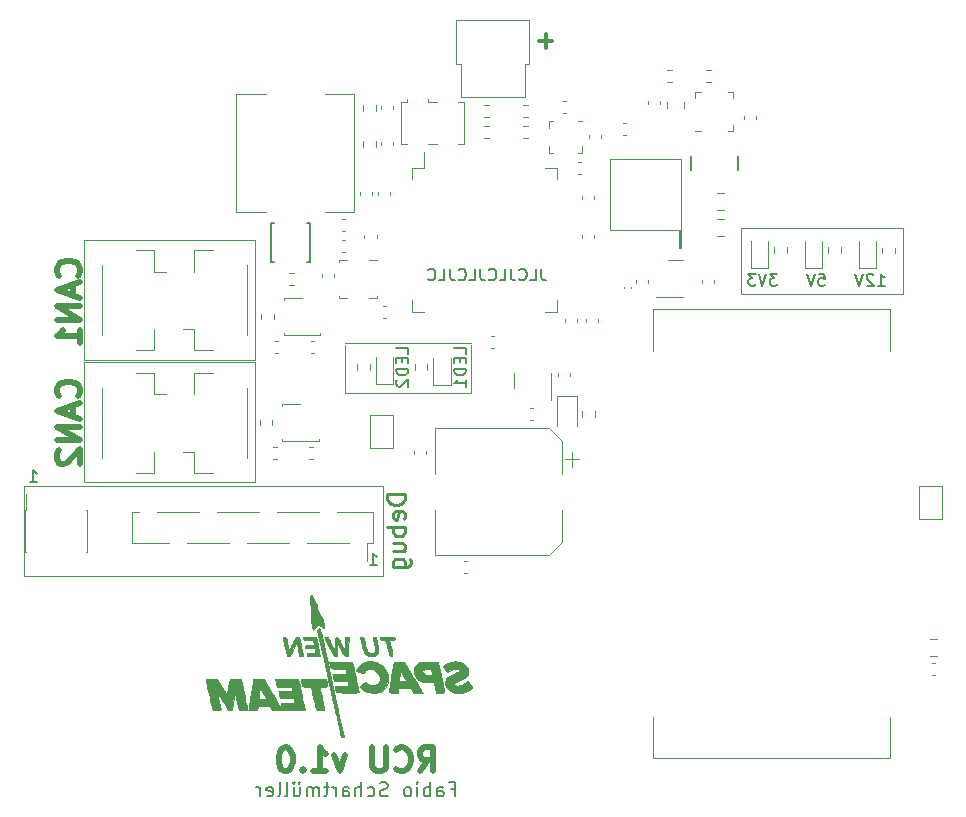
<source format=gbr>
%TF.GenerationSoftware,KiCad,Pcbnew,6.0.5-a6ca702e91~116~ubuntu20.04.1*%
%TF.CreationDate,2022-05-11T23:16:09+02:00*%
%TF.ProjectId,uHoubolt_PCB_GNSS,75486f75-626f-46c7-945f-5043425f474e,rev?*%
%TF.SameCoordinates,PX8f0d180PY5f5e100*%
%TF.FileFunction,Legend,Bot*%
%TF.FilePolarity,Positive*%
%FSLAX46Y46*%
G04 Gerber Fmt 4.6, Leading zero omitted, Abs format (unit mm)*
G04 Created by KiCad (PCBNEW 6.0.5-a6ca702e91~116~ubuntu20.04.1) date 2022-05-11 23:16:09*
%MOMM*%
%LPD*%
G01*
G04 APERTURE LIST*
%ADD10C,0.120000*%
%ADD11C,0.150000*%
%ADD12C,0.500000*%
%ADD13C,0.200000*%
%ADD14C,0.250000*%
%ADD15C,0.300000*%
%ADD16C,0.010000*%
G04 APERTURE END LIST*
D10*
X20574000Y22098000D02*
X34290000Y22098000D01*
X34290000Y22098000D02*
X34290000Y16510000D01*
X34290000Y16510000D02*
X20574000Y16510000D01*
X20574000Y16510000D02*
X20574000Y22098000D01*
X-2286000Y8128000D02*
X-2286000Y12192000D01*
X-35052000Y10922000D02*
X-20574000Y10922000D01*
X-20574000Y10922000D02*
X-20574000Y21082000D01*
X-20574000Y21082000D02*
X-35052000Y21082000D01*
X-35052000Y21082000D02*
X-35052000Y10922000D01*
X-20574000Y10705569D02*
X-35052000Y10705569D01*
X-35052000Y10705569D02*
X-35052000Y545569D01*
X-35052000Y545569D02*
X-20574000Y545569D01*
X-20574000Y545569D02*
X-20574000Y10705569D01*
X-12954000Y12192000D02*
X-12954000Y8128000D01*
X-12954000Y8128000D02*
X-2286000Y8128000D01*
X-2286000Y12322365D02*
X-12954000Y12322365D01*
X-40194000Y254000D02*
X-9800000Y254000D01*
X-9800000Y254000D02*
X-9800000Y-7366000D01*
X-9800000Y-7366000D02*
X-40194000Y-7366000D01*
X-40194000Y-7366000D02*
X-40194000Y254000D01*
D11*
X-7647620Y11419048D02*
X-7647620Y11895239D01*
X-8647620Y11895239D01*
X-8171429Y11085715D02*
X-8171429Y10752381D01*
X-7647620Y10609524D02*
X-7647620Y11085715D01*
X-8647620Y11085715D01*
X-8647620Y10609524D01*
X-7647620Y10180953D02*
X-8647620Y10180953D01*
X-8647620Y9942858D01*
X-8600000Y9800000D01*
X-8504762Y9704762D01*
X-8409524Y9657143D01*
X-8219048Y9609524D01*
X-8076191Y9609524D01*
X-7885715Y9657143D01*
X-7790477Y9704762D01*
X-7695239Y9800000D01*
X-7647620Y9942858D01*
X-7647620Y10180953D01*
X-8552381Y9228572D02*
X-8600000Y9180953D01*
X-8647620Y9085715D01*
X-8647620Y8847620D01*
X-8600000Y8752381D01*
X-8552381Y8704762D01*
X-8457143Y8657143D01*
X-8361905Y8657143D01*
X-8219048Y8704762D01*
X-7647620Y9276191D01*
X-7647620Y8657143D01*
X23590095Y18200620D02*
X22971047Y18200620D01*
X23304380Y17819667D01*
X23161523Y17819667D01*
X23066285Y17772048D01*
X23018666Y17724429D01*
X22971047Y17629191D01*
X22971047Y17391096D01*
X23018666Y17295858D01*
X23066285Y17248239D01*
X23161523Y17200620D01*
X23447238Y17200620D01*
X23542476Y17248239D01*
X23590095Y17295858D01*
X22685333Y18200620D02*
X22352000Y17200620D01*
X22018666Y18200620D01*
X21780571Y18200620D02*
X21161523Y18200620D01*
X21494857Y17819667D01*
X21352000Y17819667D01*
X21256761Y17772048D01*
X21209142Y17724429D01*
X21161523Y17629191D01*
X21161523Y17391096D01*
X21209142Y17295858D01*
X21256761Y17248239D01*
X21352000Y17200620D01*
X21637714Y17200620D01*
X21732952Y17248239D01*
X21780571Y17295858D01*
D12*
X-35607715Y18038096D02*
X-35512477Y18133334D01*
X-35417239Y18419048D01*
X-35417239Y18609524D01*
X-35512477Y18895239D01*
X-35702953Y19085715D01*
X-35893429Y19180953D01*
X-36274381Y19276191D01*
X-36560096Y19276191D01*
X-36941048Y19180953D01*
X-37131524Y19085715D01*
X-37322000Y18895239D01*
X-37417239Y18609524D01*
X-37417239Y18419048D01*
X-37322000Y18133334D01*
X-37226762Y18038096D01*
X-35988667Y17276191D02*
X-35988667Y16323810D01*
X-35417239Y17466667D02*
X-37417239Y16800000D01*
X-35417239Y16133334D01*
X-35417239Y15466667D02*
X-37417239Y15466667D01*
X-35417239Y14323810D01*
X-37417239Y14323810D01*
X-35417239Y12323810D02*
X-35417239Y13466667D01*
X-35417239Y12895239D02*
X-37417239Y12895239D01*
X-37131524Y13085715D01*
X-36941048Y13276191D01*
X-36845810Y13466667D01*
D11*
X32115047Y17193870D02*
X32686476Y17193870D01*
X32400761Y17193870D02*
X32400761Y18193870D01*
X32496000Y18051012D01*
X32591238Y17955774D01*
X32686476Y17908155D01*
X31734095Y18098631D02*
X31686476Y18146250D01*
X31591238Y18193870D01*
X31353142Y18193870D01*
X31257904Y18146250D01*
X31210285Y18098631D01*
X31162666Y18003393D01*
X31162666Y17908155D01*
X31210285Y17765298D01*
X31781714Y17193870D01*
X31162666Y17193870D01*
X30876952Y18193870D02*
X30543619Y17193870D01*
X30210285Y18193870D01*
D13*
X-4057143Y-25414285D02*
X-3657143Y-25414285D01*
X-3657143Y-26042857D02*
X-3657143Y-24842857D01*
X-4228572Y-24842857D01*
X-5200000Y-26042857D02*
X-5200000Y-25414285D01*
X-5142858Y-25300000D01*
X-5028572Y-25242857D01*
X-4800000Y-25242857D01*
X-4685715Y-25300000D01*
X-5200000Y-25985714D02*
X-5085715Y-26042857D01*
X-4800000Y-26042857D01*
X-4685715Y-25985714D01*
X-4628572Y-25871428D01*
X-4628572Y-25757142D01*
X-4685715Y-25642857D01*
X-4800000Y-25585714D01*
X-5085715Y-25585714D01*
X-5200000Y-25528571D01*
X-5771429Y-26042857D02*
X-5771429Y-24842857D01*
X-5771429Y-25300000D02*
X-5885715Y-25242857D01*
X-6114286Y-25242857D01*
X-6228572Y-25300000D01*
X-6285715Y-25357142D01*
X-6342858Y-25471428D01*
X-6342858Y-25814285D01*
X-6285715Y-25928571D01*
X-6228572Y-25985714D01*
X-6114286Y-26042857D01*
X-5885715Y-26042857D01*
X-5771429Y-25985714D01*
X-6857143Y-26042857D02*
X-6857143Y-25242857D01*
X-6857143Y-24842857D02*
X-6800000Y-24900000D01*
X-6857143Y-24957142D01*
X-6914286Y-24900000D01*
X-6857143Y-24842857D01*
X-6857143Y-24957142D01*
X-7600000Y-26042857D02*
X-7485715Y-25985714D01*
X-7428572Y-25928571D01*
X-7371429Y-25814285D01*
X-7371429Y-25471428D01*
X-7428572Y-25357142D01*
X-7485715Y-25300000D01*
X-7600000Y-25242857D01*
X-7771429Y-25242857D01*
X-7885715Y-25300000D01*
X-7942858Y-25357142D01*
X-8000000Y-25471428D01*
X-8000000Y-25814285D01*
X-7942858Y-25928571D01*
X-7885715Y-25985714D01*
X-7771429Y-26042857D01*
X-7600000Y-26042857D01*
X-9371429Y-25985714D02*
X-9542858Y-26042857D01*
X-9828572Y-26042857D01*
X-9942858Y-25985714D01*
X-10000000Y-25928571D01*
X-10057143Y-25814285D01*
X-10057143Y-25700000D01*
X-10000000Y-25585714D01*
X-9942858Y-25528571D01*
X-9828572Y-25471428D01*
X-9600000Y-25414285D01*
X-9485715Y-25357142D01*
X-9428572Y-25300000D01*
X-9371429Y-25185714D01*
X-9371429Y-25071428D01*
X-9428572Y-24957142D01*
X-9485715Y-24900000D01*
X-9600000Y-24842857D01*
X-9885715Y-24842857D01*
X-10057143Y-24900000D01*
X-11085715Y-25985714D02*
X-10971429Y-26042857D01*
X-10742858Y-26042857D01*
X-10628572Y-25985714D01*
X-10571429Y-25928571D01*
X-10514286Y-25814285D01*
X-10514286Y-25471428D01*
X-10571429Y-25357142D01*
X-10628572Y-25300000D01*
X-10742858Y-25242857D01*
X-10971429Y-25242857D01*
X-11085715Y-25300000D01*
X-11600000Y-26042857D02*
X-11600000Y-24842857D01*
X-12114286Y-26042857D02*
X-12114286Y-25414285D01*
X-12057143Y-25300000D01*
X-11942858Y-25242857D01*
X-11771429Y-25242857D01*
X-11657143Y-25300000D01*
X-11600000Y-25357142D01*
X-13200000Y-26042857D02*
X-13200000Y-25414285D01*
X-13142858Y-25300000D01*
X-13028572Y-25242857D01*
X-12800000Y-25242857D01*
X-12685715Y-25300000D01*
X-13200000Y-25985714D02*
X-13085715Y-26042857D01*
X-12800000Y-26042857D01*
X-12685715Y-25985714D01*
X-12628572Y-25871428D01*
X-12628572Y-25757142D01*
X-12685715Y-25642857D01*
X-12800000Y-25585714D01*
X-13085715Y-25585714D01*
X-13200000Y-25528571D01*
X-13771429Y-26042857D02*
X-13771429Y-25242857D01*
X-13771429Y-25471428D02*
X-13828572Y-25357142D01*
X-13885715Y-25300000D01*
X-14000000Y-25242857D01*
X-14114286Y-25242857D01*
X-14342858Y-25242857D02*
X-14800000Y-25242857D01*
X-14514286Y-24842857D02*
X-14514286Y-25871428D01*
X-14571429Y-25985714D01*
X-14685715Y-26042857D01*
X-14800000Y-26042857D01*
X-15200000Y-26042857D02*
X-15200000Y-25242857D01*
X-15200000Y-25357142D02*
X-15257143Y-25300000D01*
X-15371429Y-25242857D01*
X-15542858Y-25242857D01*
X-15657143Y-25300000D01*
X-15714286Y-25414285D01*
X-15714286Y-26042857D01*
X-15714286Y-25414285D02*
X-15771429Y-25300000D01*
X-15885715Y-25242857D01*
X-16057143Y-25242857D01*
X-16171429Y-25300000D01*
X-16228572Y-25414285D01*
X-16228572Y-26042857D01*
X-17314286Y-25242857D02*
X-17314286Y-26042857D01*
X-16800000Y-25242857D02*
X-16800000Y-25871428D01*
X-16857143Y-25985714D01*
X-16971429Y-26042857D01*
X-17142858Y-26042857D01*
X-17257143Y-25985714D01*
X-17314286Y-25928571D01*
X-16857143Y-24842857D02*
X-16914286Y-24900000D01*
X-16857143Y-24957142D01*
X-16800000Y-24900000D01*
X-16857143Y-24842857D01*
X-16857143Y-24957142D01*
X-17314286Y-24842857D02*
X-17371429Y-24900000D01*
X-17314286Y-24957142D01*
X-17257143Y-24900000D01*
X-17314286Y-24842857D01*
X-17314286Y-24957142D01*
X-18057143Y-26042857D02*
X-17942858Y-25985714D01*
X-17885715Y-25871428D01*
X-17885715Y-24842857D01*
X-18685715Y-26042857D02*
X-18571429Y-25985714D01*
X-18514286Y-25871428D01*
X-18514286Y-24842857D01*
X-19600000Y-25985714D02*
X-19485715Y-26042857D01*
X-19257143Y-26042857D01*
X-19142858Y-25985714D01*
X-19085715Y-25871428D01*
X-19085715Y-25414285D01*
X-19142858Y-25300000D01*
X-19257143Y-25242857D01*
X-19485715Y-25242857D01*
X-19600000Y-25300000D01*
X-19657143Y-25414285D01*
X-19657143Y-25528571D01*
X-19085715Y-25642857D01*
X-20171429Y-26042857D02*
X-20171429Y-25242857D01*
X-20171429Y-25471428D02*
X-20228572Y-25357142D01*
X-20285715Y-25300000D01*
X-20400000Y-25242857D01*
X-20514286Y-25242857D01*
D14*
X-7921429Y-484571D02*
X-9421429Y-484571D01*
X-9421429Y-841714D01*
X-9350000Y-1056000D01*
X-9207143Y-1198857D01*
X-9064286Y-1270285D01*
X-8778572Y-1341714D01*
X-8564286Y-1341714D01*
X-8278572Y-1270285D01*
X-8135715Y-1198857D01*
X-7992858Y-1056000D01*
X-7921429Y-841714D01*
X-7921429Y-484571D01*
X-7992858Y-2556000D02*
X-7921429Y-2413142D01*
X-7921429Y-2127428D01*
X-7992858Y-1984571D01*
X-8135715Y-1913142D01*
X-8707143Y-1913142D01*
X-8850000Y-1984571D01*
X-8921429Y-2127428D01*
X-8921429Y-2413142D01*
X-8850000Y-2556000D01*
X-8707143Y-2627428D01*
X-8564286Y-2627428D01*
X-8421429Y-1913142D01*
X-7921429Y-3270285D02*
X-9421429Y-3270285D01*
X-8850000Y-3270285D02*
X-8921429Y-3413142D01*
X-8921429Y-3698857D01*
X-8850000Y-3841714D01*
X-8778572Y-3913142D01*
X-8635715Y-3984571D01*
X-8207143Y-3984571D01*
X-8064286Y-3913142D01*
X-7992858Y-3841714D01*
X-7921429Y-3698857D01*
X-7921429Y-3413142D01*
X-7992858Y-3270285D01*
X-8921429Y-5270285D02*
X-7921429Y-5270285D01*
X-8921429Y-4627428D02*
X-8135715Y-4627428D01*
X-7992858Y-4698857D01*
X-7921429Y-4841714D01*
X-7921429Y-5056000D01*
X-7992858Y-5198857D01*
X-8064286Y-5270285D01*
X-8921429Y-6627428D02*
X-7707143Y-6627428D01*
X-7564286Y-6556000D01*
X-7492858Y-6484571D01*
X-7421429Y-6341714D01*
X-7421429Y-6127428D01*
X-7492858Y-5984571D01*
X-7992858Y-6627428D02*
X-7921429Y-6484571D01*
X-7921429Y-6198857D01*
X-7992858Y-6056000D01*
X-8064286Y-5984571D01*
X-8207143Y-5913142D01*
X-8635715Y-5913142D01*
X-8778572Y-5984571D01*
X-8850000Y-6056000D01*
X-8921429Y-6198857D01*
X-8921429Y-6484571D01*
X-8850000Y-6627428D01*
D15*
X3428571Y37892858D02*
X4571428Y37892858D01*
X4000000Y37321429D02*
X4000000Y38464286D01*
D11*
X-39655715Y563620D02*
X-39084286Y563620D01*
X-39370000Y563620D02*
X-39370000Y1563620D01*
X-39274762Y1420762D01*
X-39179524Y1325524D01*
X-39084286Y1277905D01*
X27114476Y18193870D02*
X27590666Y18193870D01*
X27638285Y17717679D01*
X27590666Y17765298D01*
X27495428Y17812917D01*
X27257333Y17812917D01*
X27162095Y17765298D01*
X27114476Y17717679D01*
X27066857Y17622441D01*
X27066857Y17384346D01*
X27114476Y17289108D01*
X27162095Y17241489D01*
X27257333Y17193870D01*
X27495428Y17193870D01*
X27590666Y17241489D01*
X27638285Y17289108D01*
X26781142Y18193870D02*
X26447809Y17193870D01*
X26114476Y18193870D01*
D12*
X-6666667Y-23904761D02*
X-6000000Y-22952380D01*
X-5523810Y-23904761D02*
X-5523810Y-21904761D01*
X-6285715Y-21904761D01*
X-6476191Y-22000000D01*
X-6571429Y-22095238D01*
X-6666667Y-22285714D01*
X-6666667Y-22571428D01*
X-6571429Y-22761904D01*
X-6476191Y-22857142D01*
X-6285715Y-22952380D01*
X-5523810Y-22952380D01*
X-8666667Y-23714285D02*
X-8571429Y-23809523D01*
X-8285715Y-23904761D01*
X-8095239Y-23904761D01*
X-7809524Y-23809523D01*
X-7619048Y-23619047D01*
X-7523810Y-23428571D01*
X-7428572Y-23047619D01*
X-7428572Y-22761904D01*
X-7523810Y-22380952D01*
X-7619048Y-22190476D01*
X-7809524Y-22000000D01*
X-8095239Y-21904761D01*
X-8285715Y-21904761D01*
X-8571429Y-22000000D01*
X-8666667Y-22095238D01*
X-9523810Y-21904761D02*
X-9523810Y-23523809D01*
X-9619048Y-23714285D01*
X-9714286Y-23809523D01*
X-9904762Y-23904761D01*
X-10285715Y-23904761D01*
X-10476191Y-23809523D01*
X-10571429Y-23714285D01*
X-10666667Y-23523809D01*
X-10666667Y-21904761D01*
X-12952381Y-22571428D02*
X-13428572Y-23904761D01*
X-13904762Y-22571428D01*
X-15714286Y-23904761D02*
X-14571429Y-23904761D01*
X-15142858Y-23904761D02*
X-15142858Y-21904761D01*
X-14952381Y-22190476D01*
X-14761905Y-22380952D01*
X-14571429Y-22476190D01*
X-16571429Y-23714285D02*
X-16666667Y-23809523D01*
X-16571429Y-23904761D01*
X-16476191Y-23809523D01*
X-16571429Y-23714285D01*
X-16571429Y-23904761D01*
X-17904762Y-21904761D02*
X-18095239Y-21904761D01*
X-18285715Y-22000000D01*
X-18380953Y-22095238D01*
X-18476191Y-22285714D01*
X-18571429Y-22666666D01*
X-18571429Y-23142857D01*
X-18476191Y-23523809D01*
X-18380953Y-23714285D01*
X-18285715Y-23809523D01*
X-18095239Y-23904761D01*
X-17904762Y-23904761D01*
X-17714286Y-23809523D01*
X-17619048Y-23714285D01*
X-17523810Y-23523809D01*
X-17428572Y-23142857D01*
X-17428572Y-22666666D01*
X-17523810Y-22285714D01*
X-17619048Y-22095238D01*
X-17714286Y-22000000D01*
X-17904762Y-21904761D01*
D11*
X3619047Y18647620D02*
X3619047Y17933334D01*
X3666666Y17790477D01*
X3761904Y17695239D01*
X3904761Y17647620D01*
X4000000Y17647620D01*
X2666666Y17647620D02*
X3142857Y17647620D01*
X3142857Y18647620D01*
X1761904Y17742858D02*
X1809523Y17695239D01*
X1952380Y17647620D01*
X2047619Y17647620D01*
X2190476Y17695239D01*
X2285714Y17790477D01*
X2333333Y17885715D01*
X2380952Y18076191D01*
X2380952Y18219048D01*
X2333333Y18409524D01*
X2285714Y18504762D01*
X2190476Y18600000D01*
X2047619Y18647620D01*
X1952380Y18647620D01*
X1809523Y18600000D01*
X1761904Y18552381D01*
X1047619Y18647620D02*
X1047619Y17933334D01*
X1095238Y17790477D01*
X1190476Y17695239D01*
X1333333Y17647620D01*
X1428571Y17647620D01*
X95238Y17647620D02*
X571428Y17647620D01*
X571428Y18647620D01*
X-809524Y17742858D02*
X-761905Y17695239D01*
X-619048Y17647620D01*
X-523810Y17647620D01*
X-380953Y17695239D01*
X-285715Y17790477D01*
X-238096Y17885715D01*
X-190477Y18076191D01*
X-190477Y18219048D01*
X-238096Y18409524D01*
X-285715Y18504762D01*
X-380953Y18600000D01*
X-523810Y18647620D01*
X-619048Y18647620D01*
X-761905Y18600000D01*
X-809524Y18552381D01*
X-1523810Y18647620D02*
X-1523810Y17933334D01*
X-1476191Y17790477D01*
X-1380953Y17695239D01*
X-1238096Y17647620D01*
X-1142858Y17647620D01*
X-2476191Y17647620D02*
X-2000000Y17647620D01*
X-2000000Y18647620D01*
X-3380953Y17742858D02*
X-3333334Y17695239D01*
X-3190477Y17647620D01*
X-3095239Y17647620D01*
X-2952381Y17695239D01*
X-2857143Y17790477D01*
X-2809524Y17885715D01*
X-2761905Y18076191D01*
X-2761905Y18219048D01*
X-2809524Y18409524D01*
X-2857143Y18504762D01*
X-2952381Y18600000D01*
X-3095239Y18647620D01*
X-3190477Y18647620D01*
X-3333334Y18600000D01*
X-3380953Y18552381D01*
X-4095239Y18647620D02*
X-4095239Y17933334D01*
X-4047620Y17790477D01*
X-3952381Y17695239D01*
X-3809524Y17647620D01*
X-3714286Y17647620D01*
X-5047620Y17647620D02*
X-4571429Y17647620D01*
X-4571429Y18647620D01*
X-5952381Y17742858D02*
X-5904762Y17695239D01*
X-5761905Y17647620D01*
X-5666667Y17647620D01*
X-5523810Y17695239D01*
X-5428572Y17790477D01*
X-5380953Y17885715D01*
X-5333334Y18076191D01*
X-5333334Y18219048D01*
X-5380953Y18409524D01*
X-5428572Y18504762D01*
X-5523810Y18600000D01*
X-5666667Y18647620D01*
X-5761905Y18647620D01*
X-5904762Y18600000D01*
X-5952381Y18552381D01*
D12*
X-35607715Y7838096D02*
X-35512477Y7933334D01*
X-35417239Y8219048D01*
X-35417239Y8409524D01*
X-35512477Y8695239D01*
X-35702953Y8885715D01*
X-35893429Y8980953D01*
X-36274381Y9076191D01*
X-36560096Y9076191D01*
X-36941048Y8980953D01*
X-37131524Y8885715D01*
X-37322000Y8695239D01*
X-37417239Y8409524D01*
X-37417239Y8219048D01*
X-37322000Y7933334D01*
X-37226762Y7838096D01*
X-35988667Y7076191D02*
X-35988667Y6123810D01*
X-35417239Y7266667D02*
X-37417239Y6600000D01*
X-35417239Y5933334D01*
X-35417239Y5266667D02*
X-37417239Y5266667D01*
X-35417239Y4123810D01*
X-37417239Y4123810D01*
X-37226762Y3266667D02*
X-37322000Y3171429D01*
X-37417239Y2980953D01*
X-37417239Y2504762D01*
X-37322000Y2314286D01*
X-37226762Y2219048D01*
X-37036286Y2123810D01*
X-36845810Y2123810D01*
X-36560096Y2219048D01*
X-35417239Y3361905D01*
X-35417239Y2123810D01*
D11*
X-10885715Y-6452380D02*
X-10314286Y-6452380D01*
X-10600000Y-6452380D02*
X-10600000Y-5452380D01*
X-10504762Y-5595238D01*
X-10409524Y-5690476D01*
X-10314286Y-5738095D01*
X-2747620Y11419048D02*
X-2747620Y11895239D01*
X-3747620Y11895239D01*
X-3271429Y11085715D02*
X-3271429Y10752381D01*
X-2747620Y10609524D02*
X-2747620Y11085715D01*
X-3747620Y11085715D01*
X-3747620Y10609524D01*
X-2747620Y10180953D02*
X-3747620Y10180953D01*
X-3747620Y9942858D01*
X-3700000Y9800000D01*
X-3604762Y9704762D01*
X-3509524Y9657143D01*
X-3319048Y9609524D01*
X-3176191Y9609524D01*
X-2985715Y9657143D01*
X-2890477Y9704762D01*
X-2795239Y9800000D01*
X-2747620Y9942858D01*
X-2747620Y10180953D01*
X-2747620Y8657143D02*
X-2747620Y9228572D01*
X-2747620Y8942858D02*
X-3747620Y8942858D01*
X-3604762Y9038096D01*
X-3509524Y9133334D01*
X-3461905Y9228572D01*
D10*
%TO.C,U9*%
X-10927000Y16170000D02*
X-10252000Y16170000D01*
X-13472000Y16170000D02*
X-13472000Y16345000D01*
X-10252000Y16170000D02*
X-10252000Y16345000D01*
X-12797000Y19390000D02*
X-13472000Y19390000D01*
X-12797000Y16170000D02*
X-13472000Y16170000D01*
X-13472000Y19390000D02*
X-13472000Y19215000D01*
X-10927000Y19390000D02*
X-10252000Y19390000D01*
%TO.C,C29*%
X36568748Y-12727000D02*
X37091252Y-12727000D01*
X36568748Y-14197000D02*
X37091252Y-14197000D01*
%TO.C,C12*%
X6098000Y9792580D02*
X6098000Y9511420D01*
X5078000Y9792580D02*
X5078000Y9511420D01*
%TO.C,J3*%
X-40065000Y-5321000D02*
X-40000000Y-5321000D01*
X-40065000Y-1791000D02*
X-40065000Y-5321000D01*
X-40000000Y-466000D02*
X-40000000Y-1791000D01*
X-34930000Y-5321000D02*
X-34865000Y-5321000D01*
X-40065000Y-1791000D02*
X-40000000Y-1791000D01*
X-34930000Y-1791000D02*
X-34865000Y-1791000D01*
X-34865000Y-1791000D02*
X-34865000Y-5321000D01*
%TO.C,C2*%
X8130000Y24791580D02*
X8130000Y24510420D01*
X7110000Y24791580D02*
X7110000Y24510420D01*
%TO.C,J6*%
X-30728000Y1353000D02*
X-29128000Y1353000D01*
X-30728000Y9823000D02*
X-29128000Y9823000D01*
X-33598000Y8553000D02*
X-33598000Y2623000D01*
X-29128000Y8023000D02*
X-28188000Y8023000D01*
X-29128000Y9823000D02*
X-29128000Y8023000D01*
X-29128000Y1353000D02*
X-29128000Y3153000D01*
%TO.C,C7*%
X-367420Y11936000D02*
X-648580Y11936000D01*
X-367420Y12956000D02*
X-648580Y12956000D01*
%TO.C,D5*%
X22833000Y21011750D02*
X22833000Y18726750D01*
X21363000Y18726750D02*
X21363000Y21011750D01*
X22833000Y18726750D02*
X21363000Y18726750D01*
%TO.C,J7*%
X-24136000Y11723283D02*
X-25736000Y11723283D01*
X-25736000Y11723283D02*
X-25736000Y13523283D01*
X-21266000Y12993283D02*
X-21266000Y18923283D01*
X-25736000Y13523283D02*
X-26676000Y13523283D01*
X-24136000Y20193283D02*
X-25736000Y20193283D01*
X-25736000Y20193283D02*
X-25736000Y18393283D01*
%TO.C,C27*%
X-13272580Y22849000D02*
X-12991420Y22849000D01*
X-13272580Y21829000D02*
X-12991420Y21829000D01*
%TO.C,C3*%
X8460000Y14364580D02*
X8460000Y14083420D01*
X7440000Y14364580D02*
X7440000Y14083420D01*
%TO.C,X1*%
X-5958000Y29188000D02*
X-5218000Y29188000D01*
X-7758000Y32788000D02*
X-8288000Y32788000D01*
X-8288000Y29188000D02*
X-7758000Y29188000D01*
X-5958000Y32788000D02*
X-5958000Y33028000D01*
X-5218000Y32788000D02*
X-5958000Y32788000D01*
X-8288000Y32788000D02*
X-8288000Y29188000D01*
X-3418000Y29188000D02*
X-2888000Y29188000D01*
X-7758000Y33028000D02*
X-7758000Y32788000D01*
X-2888000Y29188000D02*
X-2888000Y32788000D01*
X-2888000Y32788000D02*
X-3418000Y32788000D01*
%TO.C,U8*%
X14986000Y19340000D02*
X15636000Y19340000D01*
X14986000Y16220000D02*
X15636000Y16220000D01*
X14986000Y16220000D02*
X13311000Y16220000D01*
X14986000Y19340000D02*
X14336000Y19340000D01*
%TO.C,SuperCap1*%
X6225000Y3131000D02*
X6225000Y1881000D01*
X5360000Y4041563D02*
X5360000Y1256000D01*
X5360000Y-4549563D02*
X5360000Y-1764000D01*
X-5360000Y5106000D02*
X-5360000Y1256000D01*
X4295563Y5106000D02*
X-5360000Y5106000D01*
X6850000Y2506000D02*
X5600000Y2506000D01*
X5360000Y-4549563D02*
X4295563Y-5614000D01*
X4295563Y-5614000D02*
X-5360000Y-5614000D01*
X5360000Y4041563D02*
X4295563Y5106000D01*
X-5360000Y-5614000D02*
X-5360000Y-1764000D01*
%TO.C,U3*%
X15246000Y21892000D02*
X15346000Y21892000D01*
X15346000Y21892000D02*
X15346000Y20392000D01*
X15446000Y27892000D02*
X15446000Y20392000D01*
X9446000Y21892000D02*
X9446000Y27892000D01*
X15446000Y20392000D02*
X15246000Y20392000D01*
X9446000Y27892000D02*
X15446000Y27892000D01*
X15446000Y21892000D02*
X9446000Y21892000D01*
X15246000Y20392000D02*
X15246000Y21892000D01*
%TO.C,R9*%
X7097500Y6587258D02*
X7097500Y6112742D01*
X8142500Y6587258D02*
X8142500Y6112742D01*
%TO.C,C9*%
X-9524420Y14476000D02*
X-9805580Y14476000D01*
X-9524420Y15496000D02*
X-9805580Y15496000D01*
%TO.C,G\u002A\u002A\u002A*%
G36*
X-12822977Y-12552364D02*
G01*
X-12656797Y-12552364D01*
X-12684312Y-12817909D01*
X-12694716Y-12931157D01*
X-12710822Y-13137342D01*
X-12727596Y-13379608D01*
X-12742737Y-13626091D01*
X-12773647Y-14168727D01*
X-12919135Y-14168727D01*
X-12969769Y-14166426D01*
X-13023146Y-14149518D01*
X-13073686Y-14104213D01*
X-13132089Y-14016793D01*
X-13209051Y-13873537D01*
X-13315273Y-13660727D01*
X-13321094Y-13648948D01*
X-13419349Y-13455812D01*
X-13504679Y-13298081D01*
X-13568112Y-13191728D01*
X-13600671Y-13152727D01*
X-13613024Y-13181330D01*
X-13627752Y-13285330D01*
X-13640193Y-13447566D01*
X-13648529Y-13649182D01*
X-13661637Y-14145636D01*
X-13958499Y-14174332D01*
X-14352704Y-13386951D01*
X-14360398Y-13371580D01*
X-14482502Y-13126372D01*
X-14588595Y-12911061D01*
X-14672288Y-12738793D01*
X-14727189Y-12622713D01*
X-14746909Y-12575967D01*
X-14746334Y-12573916D01*
X-14697589Y-12558628D01*
X-14594345Y-12552364D01*
X-14573398Y-12552512D01*
X-14515875Y-12558718D01*
X-14466786Y-12583594D01*
X-14416401Y-12640038D01*
X-14354989Y-12740942D01*
X-14272818Y-12899203D01*
X-14160157Y-13127716D01*
X-13878534Y-13703068D01*
X-13845348Y-13127716D01*
X-13845180Y-13124800D01*
X-13830816Y-12887108D01*
X-13817676Y-12726420D01*
X-13802025Y-12627669D01*
X-13780124Y-12575788D01*
X-13748235Y-12555708D01*
X-13702620Y-12552364D01*
X-13683939Y-12553609D01*
X-13634390Y-12573618D01*
X-13580345Y-12627699D01*
X-13513089Y-12728224D01*
X-13423907Y-12887564D01*
X-13304083Y-13118091D01*
X-13015091Y-13683818D01*
X-13002124Y-13118091D01*
X-12989157Y-12552363D01*
X-12822977Y-12552364D01*
G37*
D16*
X-12822977Y-12552364D02*
X-12656797Y-12552364D01*
X-12684312Y-12817909D01*
X-12694716Y-12931157D01*
X-12710822Y-13137342D01*
X-12727596Y-13379608D01*
X-12742737Y-13626091D01*
X-12773647Y-14168727D01*
X-12919135Y-14168727D01*
X-12969769Y-14166426D01*
X-13023146Y-14149518D01*
X-13073686Y-14104213D01*
X-13132089Y-14016793D01*
X-13209051Y-13873537D01*
X-13315273Y-13660727D01*
X-13321094Y-13648948D01*
X-13419349Y-13455812D01*
X-13504679Y-13298081D01*
X-13568112Y-13191728D01*
X-13600671Y-13152727D01*
X-13613024Y-13181330D01*
X-13627752Y-13285330D01*
X-13640193Y-13447566D01*
X-13648529Y-13649182D01*
X-13661637Y-14145636D01*
X-13958499Y-14174332D01*
X-14352704Y-13386951D01*
X-14360398Y-13371580D01*
X-14482502Y-13126372D01*
X-14588595Y-12911061D01*
X-14672288Y-12738793D01*
X-14727189Y-12622713D01*
X-14746909Y-12575967D01*
X-14746334Y-12573916D01*
X-14697589Y-12558628D01*
X-14594345Y-12552364D01*
X-14573398Y-12552512D01*
X-14515875Y-12558718D01*
X-14466786Y-12583594D01*
X-14416401Y-12640038D01*
X-14354989Y-12740942D01*
X-14272818Y-12899203D01*
X-14160157Y-13127716D01*
X-13878534Y-13703068D01*
X-13845348Y-13127716D01*
X-13845180Y-13124800D01*
X-13830816Y-12887108D01*
X-13817676Y-12726420D01*
X-13802025Y-12627669D01*
X-13780124Y-12575788D01*
X-13748235Y-12555708D01*
X-13702620Y-12552364D01*
X-13683939Y-12553609D01*
X-13634390Y-12573618D01*
X-13580345Y-12627699D01*
X-13513089Y-12728224D01*
X-13423907Y-12887564D01*
X-13304083Y-13118091D01*
X-13015091Y-13683818D01*
X-13002124Y-13118091D01*
X-12989157Y-12552363D01*
X-12822977Y-12552364D01*
G36*
X-23394360Y-16804602D02*
G01*
X-22978592Y-17500841D01*
X-22872403Y-16804602D01*
X-22766214Y-16108364D01*
X-21831738Y-16108364D01*
X-21564708Y-17320636D01*
X-21495080Y-17636471D01*
X-21428244Y-17939101D01*
X-21369687Y-18203699D01*
X-21322299Y-18417221D01*
X-21288971Y-18566622D01*
X-21272593Y-18638860D01*
X-21264228Y-18682399D01*
X-21274049Y-18717309D01*
X-21323167Y-18733859D01*
X-21429245Y-18736885D01*
X-21609943Y-18731224D01*
X-21972379Y-18717636D01*
X-22121594Y-18048000D01*
X-22184346Y-17766051D01*
X-22232423Y-17551256D01*
X-22266272Y-17404770D01*
X-22289066Y-17315510D01*
X-22303978Y-17272395D01*
X-22314180Y-17264341D01*
X-22322846Y-17280267D01*
X-22333149Y-17309091D01*
X-22338684Y-17328688D01*
X-22359559Y-17431255D01*
X-22389256Y-17599300D01*
X-22424656Y-17814753D01*
X-22462641Y-18059545D01*
X-22565419Y-18740727D01*
X-22909341Y-18740727D01*
X-23363550Y-17980636D01*
X-23376749Y-17958559D01*
X-23516760Y-17725714D01*
X-23639169Y-17524503D01*
X-23736597Y-17366876D01*
X-23801662Y-17264785D01*
X-23826984Y-17230182D01*
X-23825784Y-17245336D01*
X-23809379Y-17334151D01*
X-23777411Y-17488724D01*
X-23733158Y-17693404D01*
X-23679897Y-17932545D01*
X-23651116Y-18061002D01*
X-23600530Y-18291635D01*
X-23559843Y-18483589D01*
X-23532643Y-18619748D01*
X-23522520Y-18683000D01*
X-23522697Y-18686442D01*
X-23560726Y-18717666D01*
X-23671570Y-18735228D01*
X-23864706Y-18740727D01*
X-24021457Y-18738418D01*
X-24141275Y-18727112D01*
X-24205190Y-18702391D01*
X-24233006Y-18659909D01*
X-24233825Y-18657209D01*
X-24255500Y-18572213D01*
X-24291863Y-18416296D01*
X-24339754Y-18204103D01*
X-24396015Y-17950277D01*
X-24457487Y-17669462D01*
X-24521012Y-17376300D01*
X-24583430Y-17085436D01*
X-24641583Y-16811513D01*
X-24692311Y-16569175D01*
X-24732457Y-16373066D01*
X-24758861Y-16237828D01*
X-24768364Y-16178106D01*
X-24764763Y-16160015D01*
X-24731633Y-16134130D01*
X-24651374Y-16118354D01*
X-24508930Y-16110496D01*
X-24289246Y-16108364D01*
X-23810128Y-16108364D01*
X-23394360Y-16804602D01*
G37*
X-23394360Y-16804602D02*
X-22978592Y-17500841D01*
X-22872403Y-16804602D01*
X-22766214Y-16108364D01*
X-21831738Y-16108364D01*
X-21564708Y-17320636D01*
X-21495080Y-17636471D01*
X-21428244Y-17939101D01*
X-21369687Y-18203699D01*
X-21322299Y-18417221D01*
X-21288971Y-18566622D01*
X-21272593Y-18638860D01*
X-21264228Y-18682399D01*
X-21274049Y-18717309D01*
X-21323167Y-18733859D01*
X-21429245Y-18736885D01*
X-21609943Y-18731224D01*
X-21972379Y-18717636D01*
X-22121594Y-18048000D01*
X-22184346Y-17766051D01*
X-22232423Y-17551256D01*
X-22266272Y-17404770D01*
X-22289066Y-17315510D01*
X-22303978Y-17272395D01*
X-22314180Y-17264341D01*
X-22322846Y-17280267D01*
X-22333149Y-17309091D01*
X-22338684Y-17328688D01*
X-22359559Y-17431255D01*
X-22389256Y-17599300D01*
X-22424656Y-17814753D01*
X-22462641Y-18059545D01*
X-22565419Y-18740727D01*
X-22909341Y-18740727D01*
X-23363550Y-17980636D01*
X-23376749Y-17958559D01*
X-23516760Y-17725714D01*
X-23639169Y-17524503D01*
X-23736597Y-17366876D01*
X-23801662Y-17264785D01*
X-23826984Y-17230182D01*
X-23825784Y-17245336D01*
X-23809379Y-17334151D01*
X-23777411Y-17488724D01*
X-23733158Y-17693404D01*
X-23679897Y-17932545D01*
X-23651116Y-18061002D01*
X-23600530Y-18291635D01*
X-23559843Y-18483589D01*
X-23532643Y-18619748D01*
X-23522520Y-18683000D01*
X-23522697Y-18686442D01*
X-23560726Y-18717666D01*
X-23671570Y-18735228D01*
X-23864706Y-18740727D01*
X-24021457Y-18738418D01*
X-24141275Y-18727112D01*
X-24205190Y-18702391D01*
X-24233006Y-18659909D01*
X-24233825Y-18657209D01*
X-24255500Y-18572213D01*
X-24291863Y-18416296D01*
X-24339754Y-18204103D01*
X-24396015Y-17950277D01*
X-24457487Y-17669462D01*
X-24521012Y-17376300D01*
X-24583430Y-17085436D01*
X-24641583Y-16811513D01*
X-24692311Y-16569175D01*
X-24732457Y-16373066D01*
X-24758861Y-16237828D01*
X-24768364Y-16178106D01*
X-24764763Y-16160015D01*
X-24731633Y-16134130D01*
X-24651374Y-16118354D01*
X-24508930Y-16110496D01*
X-24289246Y-16108364D01*
X-23810128Y-16108364D01*
X-23394360Y-16804602D01*
G36*
X-3393823Y-14627102D02*
G01*
X-3133364Y-14700802D01*
X-2909088Y-14823026D01*
X-2733459Y-14990039D01*
X-2618942Y-15198109D01*
X-2578000Y-15443502D01*
X-2579219Y-15494192D01*
X-2613466Y-15684948D01*
X-2701821Y-15846476D01*
X-2853749Y-15988222D01*
X-3078714Y-16119633D01*
X-3386182Y-16250154D01*
X-3579412Y-16334239D01*
X-3721838Y-16426889D01*
X-3776788Y-16512722D01*
X-3742965Y-16589487D01*
X-3619077Y-16654933D01*
X-3505583Y-16676023D01*
X-3295584Y-16656720D01*
X-3062761Y-16580807D01*
X-2831736Y-16454549D01*
X-2603247Y-16300788D01*
X-2417442Y-16522712D01*
X-2331328Y-16630526D01*
X-2259305Y-16732211D01*
X-2231637Y-16787904D01*
X-2248189Y-16837275D01*
X-2335492Y-16929604D01*
X-2480948Y-17028771D01*
X-2665470Y-17124088D01*
X-2869971Y-17204865D01*
X-3075364Y-17260413D01*
X-3355927Y-17293381D01*
X-3678272Y-17272408D01*
X-3965129Y-17188719D01*
X-4204714Y-17047672D01*
X-4385242Y-16854624D01*
X-4494930Y-16614935D01*
X-4506182Y-16569144D01*
X-4523266Y-16345485D01*
X-4465596Y-16149373D01*
X-4328785Y-15974821D01*
X-4108450Y-15815844D01*
X-3800207Y-15666456D01*
X-3745593Y-15643652D01*
X-3530059Y-15547856D01*
X-3391778Y-15471965D01*
X-3322024Y-15408637D01*
X-3312069Y-15350528D01*
X-3353187Y-15290294D01*
X-3448734Y-15239460D01*
X-3611366Y-15228800D01*
X-3809457Y-15266841D01*
X-4022719Y-15349381D01*
X-4230869Y-15472213D01*
X-4276947Y-15495033D01*
X-4330836Y-15483732D01*
X-4404876Y-15422512D01*
X-4517731Y-15300182D01*
X-4619338Y-15181514D01*
X-4694368Y-15086484D01*
X-4723680Y-15038988D01*
X-4704642Y-15013283D01*
X-4626705Y-14948423D01*
X-4508824Y-14865213D01*
X-4267666Y-14734467D01*
X-3973438Y-14640201D01*
X-3678003Y-14605657D01*
X-3393823Y-14627102D01*
G37*
X-3393823Y-14627102D02*
X-3133364Y-14700802D01*
X-2909088Y-14823026D01*
X-2733459Y-14990039D01*
X-2618942Y-15198109D01*
X-2578000Y-15443502D01*
X-2579219Y-15494192D01*
X-2613466Y-15684948D01*
X-2701821Y-15846476D01*
X-2853749Y-15988222D01*
X-3078714Y-16119633D01*
X-3386182Y-16250154D01*
X-3579412Y-16334239D01*
X-3721838Y-16426889D01*
X-3776788Y-16512722D01*
X-3742965Y-16589487D01*
X-3619077Y-16654933D01*
X-3505583Y-16676023D01*
X-3295584Y-16656720D01*
X-3062761Y-16580807D01*
X-2831736Y-16454549D01*
X-2603247Y-16300788D01*
X-2417442Y-16522712D01*
X-2331328Y-16630526D01*
X-2259305Y-16732211D01*
X-2231637Y-16787904D01*
X-2248189Y-16837275D01*
X-2335492Y-16929604D01*
X-2480948Y-17028771D01*
X-2665470Y-17124088D01*
X-2869971Y-17204865D01*
X-3075364Y-17260413D01*
X-3355927Y-17293381D01*
X-3678272Y-17272408D01*
X-3965129Y-17188719D01*
X-4204714Y-17047672D01*
X-4385242Y-16854624D01*
X-4494930Y-16614935D01*
X-4506182Y-16569144D01*
X-4523266Y-16345485D01*
X-4465596Y-16149373D01*
X-4328785Y-15974821D01*
X-4108450Y-15815844D01*
X-3800207Y-15666456D01*
X-3745593Y-15643652D01*
X-3530059Y-15547856D01*
X-3391778Y-15471965D01*
X-3322024Y-15408637D01*
X-3312069Y-15350528D01*
X-3353187Y-15290294D01*
X-3448734Y-15239460D01*
X-3611366Y-15228800D01*
X-3809457Y-15266841D01*
X-4022719Y-15349381D01*
X-4230869Y-15472213D01*
X-4276947Y-15495033D01*
X-4330836Y-15483732D01*
X-4404876Y-15422512D01*
X-4517731Y-15300182D01*
X-4619338Y-15181514D01*
X-4694368Y-15086484D01*
X-4723680Y-15038988D01*
X-4704642Y-15013283D01*
X-4626705Y-14948423D01*
X-4508824Y-14865213D01*
X-4267666Y-14734467D01*
X-3973438Y-14640201D01*
X-3678003Y-14605657D01*
X-3393823Y-14627102D01*
G36*
X-6786266Y-16646578D02*
G01*
X-6663844Y-16853661D01*
X-6574402Y-17005382D01*
X-6525051Y-17089727D01*
X-6425059Y-17262909D01*
X-7244293Y-17262909D01*
X-7357818Y-17055091D01*
X-7471344Y-16847273D01*
X-7963822Y-16847273D01*
X-8163055Y-16848424D01*
X-8330029Y-16857280D01*
X-8432988Y-16881764D01*
X-8487391Y-16929792D01*
X-8508697Y-17009279D01*
X-8512364Y-17128141D01*
X-8512364Y-17262909D01*
X-8881818Y-17262909D01*
X-8933768Y-17262565D01*
X-9095919Y-17256481D01*
X-9209739Y-17244366D01*
X-9253221Y-17228273D01*
X-9253158Y-17226102D01*
X-9245027Y-17161413D01*
X-9224696Y-17019071D01*
X-9193947Y-16811021D01*
X-9154560Y-16549210D01*
X-9108518Y-16246909D01*
X-8431805Y-16246909D01*
X-8125721Y-16246909D01*
X-7972323Y-16243778D01*
X-7861810Y-16235475D01*
X-7819637Y-16223812D01*
X-7834491Y-16189446D01*
X-7886559Y-16088647D01*
X-7967247Y-15939302D01*
X-8067307Y-15758776D01*
X-8314978Y-15316837D01*
X-8346855Y-15608691D01*
X-8362384Y-15744611D01*
X-8385518Y-15931075D01*
X-8405269Y-16073727D01*
X-8431805Y-16246909D01*
X-9108518Y-16246909D01*
X-9108316Y-16245584D01*
X-9056996Y-15912091D01*
X-8858822Y-14630545D01*
X-8420047Y-14631845D01*
X-7981273Y-14633145D01*
X-7303158Y-15774845D01*
X-7280311Y-15813314D01*
X-7101610Y-16114389D01*
X-7036734Y-16223812D01*
X-6934558Y-16396149D01*
X-6786266Y-16646578D01*
G37*
X-6786266Y-16646578D02*
X-6663844Y-16853661D01*
X-6574402Y-17005382D01*
X-6525051Y-17089727D01*
X-6425059Y-17262909D01*
X-7244293Y-17262909D01*
X-7357818Y-17055091D01*
X-7471344Y-16847273D01*
X-7963822Y-16847273D01*
X-8163055Y-16848424D01*
X-8330029Y-16857280D01*
X-8432988Y-16881764D01*
X-8487391Y-16929792D01*
X-8508697Y-17009279D01*
X-8512364Y-17128141D01*
X-8512364Y-17262909D01*
X-8881818Y-17262909D01*
X-8933768Y-17262565D01*
X-9095919Y-17256481D01*
X-9209739Y-17244366D01*
X-9253221Y-17228273D01*
X-9253158Y-17226102D01*
X-9245027Y-17161413D01*
X-9224696Y-17019071D01*
X-9193947Y-16811021D01*
X-9154560Y-16549210D01*
X-9108518Y-16246909D01*
X-8431805Y-16246909D01*
X-8125721Y-16246909D01*
X-7972323Y-16243778D01*
X-7861810Y-16235475D01*
X-7819637Y-16223812D01*
X-7834491Y-16189446D01*
X-7886559Y-16088647D01*
X-7967247Y-15939302D01*
X-8067307Y-15758776D01*
X-8314978Y-15316837D01*
X-8346855Y-15608691D01*
X-8362384Y-15744611D01*
X-8385518Y-15931075D01*
X-8405269Y-16073727D01*
X-8431805Y-16246909D01*
X-9108518Y-16246909D01*
X-9108316Y-16245584D01*
X-9056996Y-15912091D01*
X-8858822Y-14630545D01*
X-8420047Y-14631845D01*
X-7981273Y-14633145D01*
X-7303158Y-15774845D01*
X-7280311Y-15813314D01*
X-7101610Y-16114389D01*
X-7036734Y-16223812D01*
X-6934558Y-16396149D01*
X-6786266Y-16646578D01*
G36*
X-8812546Y-12575454D02*
G01*
X-8797933Y-12702454D01*
X-8793396Y-12761837D01*
X-8810609Y-12808349D01*
X-8875347Y-12826415D01*
X-9010022Y-12829454D01*
X-9236725Y-12829454D01*
X-9106919Y-13418273D01*
X-9099889Y-13450271D01*
X-9051814Y-13675259D01*
X-9012486Y-13869773D01*
X-8985799Y-14013946D01*
X-8975648Y-14087909D01*
X-8975630Y-14089232D01*
X-9005019Y-14150473D01*
X-9105018Y-14168727D01*
X-9145493Y-14167698D01*
X-9191836Y-14154981D01*
X-9226966Y-14114844D01*
X-9258330Y-14031523D01*
X-9293377Y-13889254D01*
X-9339552Y-13672273D01*
X-9341706Y-13661956D01*
X-9402250Y-13370622D01*
X-9448520Y-13156785D01*
X-9486686Y-13008285D01*
X-9522921Y-12912963D01*
X-9563395Y-12858661D01*
X-9614278Y-12833220D01*
X-9681743Y-12824480D01*
X-9771959Y-12820283D01*
X-9877301Y-12812691D01*
X-9970028Y-12793851D01*
X-10012028Y-12753532D01*
X-10028017Y-12678001D01*
X-10042762Y-12549638D01*
X-8812546Y-12575454D01*
G37*
X-8812546Y-12575454D02*
X-8797933Y-12702454D01*
X-8793396Y-12761837D01*
X-8810609Y-12808349D01*
X-8875347Y-12826415D01*
X-9010022Y-12829454D01*
X-9236725Y-12829454D01*
X-9106919Y-13418273D01*
X-9099889Y-13450271D01*
X-9051814Y-13675259D01*
X-9012486Y-13869773D01*
X-8985799Y-14013946D01*
X-8975648Y-14087909D01*
X-8975630Y-14089232D01*
X-9005019Y-14150473D01*
X-9105018Y-14168727D01*
X-9145493Y-14167698D01*
X-9191836Y-14154981D01*
X-9226966Y-14114844D01*
X-9258330Y-14031523D01*
X-9293377Y-13889254D01*
X-9339552Y-13672273D01*
X-9341706Y-13661956D01*
X-9402250Y-13370622D01*
X-9448520Y-13156785D01*
X-9486686Y-13008285D01*
X-9522921Y-12912963D01*
X-9563395Y-12858661D01*
X-9614278Y-12833220D01*
X-9681743Y-12824480D01*
X-9771959Y-12820283D01*
X-9877301Y-12812691D01*
X-9970028Y-12793851D01*
X-10012028Y-12753532D01*
X-10028017Y-12678001D01*
X-10042762Y-12549638D01*
X-8812546Y-12575454D01*
G36*
X-4856234Y-15880805D02*
G01*
X-4784946Y-16207343D01*
X-4720753Y-16506846D01*
X-4666267Y-16766693D01*
X-4624098Y-16974264D01*
X-4596856Y-17116936D01*
X-4587151Y-17182091D01*
X-4587150Y-17182836D01*
X-4599260Y-17224475D01*
X-4647803Y-17248764D01*
X-4751391Y-17260107D01*
X-4928637Y-17262909D01*
X-5270365Y-17262909D01*
X-5347471Y-16905000D01*
X-5354961Y-16870348D01*
X-5394148Y-16692727D01*
X-5427186Y-16548549D01*
X-5447582Y-16466273D01*
X-5454683Y-16447876D01*
X-5488731Y-16415709D01*
X-5561504Y-16396699D01*
X-5690860Y-16387608D01*
X-5894658Y-16385197D01*
X-6156064Y-16378970D01*
X-6394654Y-16352772D01*
X-6580765Y-16300254D01*
X-6735256Y-16215188D01*
X-6878986Y-16091349D01*
X-6879907Y-16090427D01*
X-7046691Y-15869374D01*
X-7141080Y-15625188D01*
X-7158356Y-15436049D01*
X-6434966Y-15436049D01*
X-6428764Y-15550768D01*
X-6338426Y-15672706D01*
X-6267557Y-15717732D01*
X-6128067Y-15756403D01*
X-5916384Y-15777801D01*
X-5809565Y-15783589D01*
X-5684655Y-15786302D01*
X-5623079Y-15774785D01*
X-5606466Y-15743462D01*
X-5616442Y-15686755D01*
X-5618612Y-15677604D01*
X-5645779Y-15551133D01*
X-5674169Y-15404091D01*
X-5705552Y-15230909D01*
X-5967228Y-15230909D01*
X-6030692Y-15232720D01*
X-6227737Y-15267273D01*
X-6365226Y-15338300D01*
X-6434966Y-15436049D01*
X-7158356Y-15436049D01*
X-7163934Y-15374978D01*
X-7116115Y-15135851D01*
X-6998485Y-14924918D01*
X-6811905Y-14759287D01*
X-6776821Y-14738171D01*
X-6708677Y-14704561D01*
X-6630147Y-14681249D01*
X-6524836Y-14666367D01*
X-6376350Y-14658050D01*
X-6168295Y-14654428D01*
X-5884276Y-14653636D01*
X-5126552Y-14653636D01*
X-4886487Y-15743462D01*
X-4856972Y-15877454D01*
X-4856234Y-15880805D01*
G37*
X-4856234Y-15880805D02*
X-4784946Y-16207343D01*
X-4720753Y-16506846D01*
X-4666267Y-16766693D01*
X-4624098Y-16974264D01*
X-4596856Y-17116936D01*
X-4587151Y-17182091D01*
X-4587150Y-17182836D01*
X-4599260Y-17224475D01*
X-4647803Y-17248764D01*
X-4751391Y-17260107D01*
X-4928637Y-17262909D01*
X-5270365Y-17262909D01*
X-5347471Y-16905000D01*
X-5354961Y-16870348D01*
X-5394148Y-16692727D01*
X-5427186Y-16548549D01*
X-5447582Y-16466273D01*
X-5454683Y-16447876D01*
X-5488731Y-16415709D01*
X-5561504Y-16396699D01*
X-5690860Y-16387608D01*
X-5894658Y-16385197D01*
X-6156064Y-16378970D01*
X-6394654Y-16352772D01*
X-6580765Y-16300254D01*
X-6735256Y-16215188D01*
X-6878986Y-16091349D01*
X-6879907Y-16090427D01*
X-7046691Y-15869374D01*
X-7141080Y-15625188D01*
X-7158356Y-15436049D01*
X-6434966Y-15436049D01*
X-6428764Y-15550768D01*
X-6338426Y-15672706D01*
X-6267557Y-15717732D01*
X-6128067Y-15756403D01*
X-5916384Y-15777801D01*
X-5809565Y-15783589D01*
X-5684655Y-15786302D01*
X-5623079Y-15774785D01*
X-5606466Y-15743462D01*
X-5616442Y-15686755D01*
X-5618612Y-15677604D01*
X-5645779Y-15551133D01*
X-5674169Y-15404091D01*
X-5705552Y-15230909D01*
X-5967228Y-15230909D01*
X-6030692Y-15232720D01*
X-6227737Y-15267273D01*
X-6365226Y-15338300D01*
X-6434966Y-15436049D01*
X-7158356Y-15436049D01*
X-7163934Y-15374978D01*
X-7116115Y-15135851D01*
X-6998485Y-14924918D01*
X-6811905Y-14759287D01*
X-6776821Y-14738171D01*
X-6708677Y-14704561D01*
X-6630147Y-14681249D01*
X-6524836Y-14666367D01*
X-6376350Y-14658050D01*
X-6168295Y-14654428D01*
X-5884276Y-14653636D01*
X-5126552Y-14653636D01*
X-4886487Y-15743462D01*
X-4856972Y-15877454D01*
X-4856234Y-15880805D01*
G36*
X-10718701Y-14614747D02*
G01*
X-10529159Y-14631430D01*
X-10365344Y-14671951D01*
X-10184123Y-14744954D01*
X-10070942Y-14801973D01*
X-9804151Y-14993659D01*
X-9592874Y-15231281D01*
X-9439075Y-15501746D01*
X-9344721Y-15791965D01*
X-9311775Y-16088846D01*
X-9342204Y-16379299D01*
X-9437973Y-16650232D01*
X-9601047Y-16888555D01*
X-9833392Y-17081177D01*
X-9869566Y-17102312D01*
X-10043131Y-17185554D01*
X-10218808Y-17249053D01*
X-10399214Y-17282070D01*
X-10683612Y-17286981D01*
X-10973463Y-17248458D01*
X-11226759Y-17169804D01*
X-11328894Y-17117434D01*
X-11478957Y-17019144D01*
X-11612596Y-16910416D01*
X-11708226Y-16809415D01*
X-11744261Y-16734304D01*
X-11727088Y-16708039D01*
X-11652706Y-16641111D01*
X-11542833Y-16556937D01*
X-11423205Y-16473970D01*
X-11319560Y-16410658D01*
X-11257637Y-16385454D01*
X-11245301Y-16389593D01*
X-11175029Y-16432390D01*
X-11072079Y-16506615D01*
X-10885619Y-16609803D01*
X-10673079Y-16650398D01*
X-10469016Y-16621934D01*
X-10289340Y-16532628D01*
X-10149959Y-16390693D01*
X-10066783Y-16204345D01*
X-10055720Y-15981798D01*
X-10117935Y-15766691D01*
X-10244256Y-15560013D01*
X-10414896Y-15389500D01*
X-10611179Y-15273637D01*
X-10814428Y-15230909D01*
X-10900966Y-15240795D01*
X-11054487Y-15289897D01*
X-11192958Y-15364364D01*
X-11278009Y-15446363D01*
X-11321674Y-15521549D01*
X-11376563Y-15592451D01*
X-11440684Y-15616306D01*
X-11540283Y-15599417D01*
X-11701609Y-15548087D01*
X-11854351Y-15494404D01*
X-11977985Y-15444868D01*
X-12040592Y-15411954D01*
X-12045370Y-15406886D01*
X-12050470Y-15334197D01*
X-11995434Y-15224985D01*
X-11893810Y-15094713D01*
X-11759148Y-14958843D01*
X-11604998Y-14832838D01*
X-11444909Y-14732161D01*
X-11339791Y-14681585D01*
X-11206897Y-14637998D01*
X-11053768Y-14617388D01*
X-10844546Y-14612615D01*
X-10718701Y-14614747D01*
G37*
X-10718701Y-14614747D02*
X-10529159Y-14631430D01*
X-10365344Y-14671951D01*
X-10184123Y-14744954D01*
X-10070942Y-14801973D01*
X-9804151Y-14993659D01*
X-9592874Y-15231281D01*
X-9439075Y-15501746D01*
X-9344721Y-15791965D01*
X-9311775Y-16088846D01*
X-9342204Y-16379299D01*
X-9437973Y-16650232D01*
X-9601047Y-16888555D01*
X-9833392Y-17081177D01*
X-9869566Y-17102312D01*
X-10043131Y-17185554D01*
X-10218808Y-17249053D01*
X-10399214Y-17282070D01*
X-10683612Y-17286981D01*
X-10973463Y-17248458D01*
X-11226759Y-17169804D01*
X-11328894Y-17117434D01*
X-11478957Y-17019144D01*
X-11612596Y-16910416D01*
X-11708226Y-16809415D01*
X-11744261Y-16734304D01*
X-11727088Y-16708039D01*
X-11652706Y-16641111D01*
X-11542833Y-16556937D01*
X-11423205Y-16473970D01*
X-11319560Y-16410658D01*
X-11257637Y-16385454D01*
X-11245301Y-16389593D01*
X-11175029Y-16432390D01*
X-11072079Y-16506615D01*
X-10885619Y-16609803D01*
X-10673079Y-16650398D01*
X-10469016Y-16621934D01*
X-10289340Y-16532628D01*
X-10149959Y-16390693D01*
X-10066783Y-16204345D01*
X-10055720Y-15981798D01*
X-10117935Y-15766691D01*
X-10244256Y-15560013D01*
X-10414896Y-15389500D01*
X-10611179Y-15273637D01*
X-10814428Y-15230909D01*
X-10900966Y-15240795D01*
X-11054487Y-15289897D01*
X-11192958Y-15364364D01*
X-11278009Y-15446363D01*
X-11321674Y-15521549D01*
X-11376563Y-15592451D01*
X-11440684Y-15616306D01*
X-11540283Y-15599417D01*
X-11701609Y-15548087D01*
X-11854351Y-15494404D01*
X-11977985Y-15444868D01*
X-12040592Y-15411954D01*
X-12045370Y-15406886D01*
X-12050470Y-15334197D01*
X-11995434Y-15224985D01*
X-11893810Y-15094713D01*
X-11759148Y-14958843D01*
X-11604998Y-14832838D01*
X-11444909Y-14732161D01*
X-11339791Y-14681585D01*
X-11206897Y-14637998D01*
X-11053768Y-14617388D01*
X-10844546Y-14612615D01*
X-10718701Y-14614747D01*
G36*
X-15169018Y-11831630D02*
G01*
X-15139113Y-11868148D01*
X-15106474Y-11933262D01*
X-15069727Y-12032116D01*
X-15027496Y-12169856D01*
X-14978407Y-12351628D01*
X-14921084Y-12582576D01*
X-14854153Y-12867846D01*
X-14776238Y-13212583D01*
X-14685965Y-13621933D01*
X-14581959Y-14101040D01*
X-14462845Y-14655051D01*
X-14327248Y-15289110D01*
X-14173793Y-16008363D01*
X-14053495Y-16572381D01*
X-13926150Y-17169326D01*
X-13803904Y-17742241D01*
X-13688333Y-18283761D01*
X-13581008Y-18786516D01*
X-13483504Y-19243141D01*
X-13397392Y-19646268D01*
X-13324247Y-19988530D01*
X-13265641Y-20262560D01*
X-13223148Y-20460990D01*
X-13198340Y-20576454D01*
X-13096155Y-21049818D01*
X-13205714Y-21049818D01*
X-13275808Y-21045453D01*
X-13315273Y-21031077D01*
X-13318560Y-21015108D01*
X-13339642Y-20919801D01*
X-13379053Y-20743987D01*
X-13435415Y-20493751D01*
X-13507352Y-20175178D01*
X-13593486Y-19794353D01*
X-13692438Y-19357362D01*
X-13802832Y-18870290D01*
X-13923290Y-18339223D01*
X-14052435Y-17770245D01*
X-14188888Y-17169443D01*
X-14331273Y-16542900D01*
X-14410885Y-16192443D01*
X-14550342Y-15577360D01*
X-14683084Y-14990406D01*
X-14807725Y-14437774D01*
X-14922884Y-13925653D01*
X-15027177Y-13460238D01*
X-15119220Y-13047719D01*
X-15197630Y-12694289D01*
X-15261024Y-12406140D01*
X-15308018Y-12189463D01*
X-15337228Y-12050451D01*
X-15347273Y-11995296D01*
X-15338623Y-11949456D01*
X-15281619Y-11862640D01*
X-15256079Y-11842195D01*
X-15226126Y-11823799D01*
X-15197564Y-11818562D01*
X-15169018Y-11831630D01*
G37*
X-15169018Y-11831630D02*
X-15139113Y-11868148D01*
X-15106474Y-11933262D01*
X-15069727Y-12032116D01*
X-15027496Y-12169856D01*
X-14978407Y-12351628D01*
X-14921084Y-12582576D01*
X-14854153Y-12867846D01*
X-14776238Y-13212583D01*
X-14685965Y-13621933D01*
X-14581959Y-14101040D01*
X-14462845Y-14655051D01*
X-14327248Y-15289110D01*
X-14173793Y-16008363D01*
X-14053495Y-16572381D01*
X-13926150Y-17169326D01*
X-13803904Y-17742241D01*
X-13688333Y-18283761D01*
X-13581008Y-18786516D01*
X-13483504Y-19243141D01*
X-13397392Y-19646268D01*
X-13324247Y-19988530D01*
X-13265641Y-20262560D01*
X-13223148Y-20460990D01*
X-13198340Y-20576454D01*
X-13096155Y-21049818D01*
X-13205714Y-21049818D01*
X-13275808Y-21045453D01*
X-13315273Y-21031077D01*
X-13318560Y-21015108D01*
X-13339642Y-20919801D01*
X-13379053Y-20743987D01*
X-13435415Y-20493751D01*
X-13507352Y-20175178D01*
X-13593486Y-19794353D01*
X-13692438Y-19357362D01*
X-13802832Y-18870290D01*
X-13923290Y-18339223D01*
X-14052435Y-17770245D01*
X-14188888Y-17169443D01*
X-14331273Y-16542900D01*
X-14410885Y-16192443D01*
X-14550342Y-15577360D01*
X-14683084Y-14990406D01*
X-14807725Y-14437774D01*
X-14922884Y-13925653D01*
X-15027177Y-13460238D01*
X-15119220Y-13047719D01*
X-15197630Y-12694289D01*
X-15261024Y-12406140D01*
X-15308018Y-12189463D01*
X-15337228Y-12050451D01*
X-15347273Y-11995296D01*
X-15338623Y-11949456D01*
X-15281619Y-11862640D01*
X-15256079Y-11842195D01*
X-15226126Y-11823799D01*
X-15197564Y-11818562D01*
X-15169018Y-11831630D01*
G36*
X-13301036Y-14630561D02*
G01*
X-12992207Y-14631399D01*
X-12761771Y-14634209D01*
X-12597940Y-14639950D01*
X-12488927Y-14649578D01*
X-12422944Y-14664051D01*
X-12388204Y-14684327D01*
X-12372921Y-14711364D01*
X-12371768Y-14715214D01*
X-12349921Y-14801636D01*
X-12313455Y-14958676D01*
X-12265520Y-15171714D01*
X-12209263Y-15426136D01*
X-12147833Y-15707323D01*
X-12084379Y-16000659D01*
X-12022048Y-16291527D01*
X-11963991Y-16565311D01*
X-11913354Y-16807393D01*
X-11873287Y-17003157D01*
X-11846937Y-17137985D01*
X-11837455Y-17197261D01*
X-11841394Y-17211761D01*
X-11870099Y-17230818D01*
X-11936032Y-17244108D01*
X-12050213Y-17252266D01*
X-12223660Y-17255927D01*
X-12467394Y-17255727D01*
X-12792436Y-17252300D01*
X-13747417Y-17239818D01*
X-13778150Y-17124364D01*
X-13780446Y-17115604D01*
X-13810876Y-16985024D01*
X-13841261Y-16835727D01*
X-13873640Y-16662545D01*
X-12664542Y-16662545D01*
X-12695791Y-16489364D01*
X-12700915Y-16461884D01*
X-12726316Y-16346242D01*
X-12746791Y-16281545D01*
X-12748833Y-16279597D01*
X-12811530Y-16266831D01*
X-12945960Y-16256446D01*
X-13134071Y-16249464D01*
X-13357805Y-16246909D01*
X-13949067Y-16246909D01*
X-14001625Y-15985207D01*
X-14023713Y-15871633D01*
X-14045680Y-15748281D01*
X-14054182Y-15685025D01*
X-14053424Y-15683058D01*
X-13999530Y-15668806D01*
X-13872919Y-15657205D01*
X-13690988Y-15649402D01*
X-13471137Y-15646545D01*
X-12888091Y-15646545D01*
X-12916955Y-15502227D01*
X-12937136Y-15383111D01*
X-12945818Y-15294409D01*
X-12960222Y-15269969D01*
X-13016907Y-15250965D01*
X-13128475Y-15238971D01*
X-13307401Y-15232712D01*
X-13566161Y-15230909D01*
X-13797739Y-15231293D01*
X-13979017Y-15228510D01*
X-14097767Y-15215814D01*
X-14169610Y-15186447D01*
X-14210166Y-15133649D01*
X-14235057Y-15050662D01*
X-14259901Y-14930727D01*
X-14286244Y-14815704D01*
X-14313487Y-14711364D01*
X-14316081Y-14700593D01*
X-14311983Y-14676263D01*
X-14282768Y-14658303D01*
X-14217228Y-14645757D01*
X-14104157Y-14637665D01*
X-13932347Y-14633071D01*
X-13690590Y-14631017D01*
X-13367679Y-14630545D01*
X-13301036Y-14630561D01*
G37*
X-13301036Y-14630561D02*
X-12992207Y-14631399D01*
X-12761771Y-14634209D01*
X-12597940Y-14639950D01*
X-12488927Y-14649578D01*
X-12422944Y-14664051D01*
X-12388204Y-14684327D01*
X-12372921Y-14711364D01*
X-12371768Y-14715214D01*
X-12349921Y-14801636D01*
X-12313455Y-14958676D01*
X-12265520Y-15171714D01*
X-12209263Y-15426136D01*
X-12147833Y-15707323D01*
X-12084379Y-16000659D01*
X-12022048Y-16291527D01*
X-11963991Y-16565311D01*
X-11913354Y-16807393D01*
X-11873287Y-17003157D01*
X-11846937Y-17137985D01*
X-11837455Y-17197261D01*
X-11841394Y-17211761D01*
X-11870099Y-17230818D01*
X-11936032Y-17244108D01*
X-12050213Y-17252266D01*
X-12223660Y-17255927D01*
X-12467394Y-17255727D01*
X-12792436Y-17252300D01*
X-13747417Y-17239818D01*
X-13778150Y-17124364D01*
X-13780446Y-17115604D01*
X-13810876Y-16985024D01*
X-13841261Y-16835727D01*
X-13873640Y-16662545D01*
X-12664542Y-16662545D01*
X-12695791Y-16489364D01*
X-12700915Y-16461884D01*
X-12726316Y-16346242D01*
X-12746791Y-16281545D01*
X-12748833Y-16279597D01*
X-12811530Y-16266831D01*
X-12945960Y-16256446D01*
X-13134071Y-16249464D01*
X-13357805Y-16246909D01*
X-13949067Y-16246909D01*
X-14001625Y-15985207D01*
X-14023713Y-15871633D01*
X-14045680Y-15748281D01*
X-14054182Y-15685025D01*
X-14053424Y-15683058D01*
X-13999530Y-15668806D01*
X-13872919Y-15657205D01*
X-13690988Y-15649402D01*
X-13471137Y-15646545D01*
X-12888091Y-15646545D01*
X-12916955Y-15502227D01*
X-12937136Y-15383111D01*
X-12945818Y-15294409D01*
X-12960222Y-15269969D01*
X-13016907Y-15250965D01*
X-13128475Y-15238971D01*
X-13307401Y-15232712D01*
X-13566161Y-15230909D01*
X-13797739Y-15231293D01*
X-13979017Y-15228510D01*
X-14097767Y-15215814D01*
X-14169610Y-15186447D01*
X-14210166Y-15133649D01*
X-14235057Y-15050662D01*
X-14259901Y-14930727D01*
X-14286244Y-14815704D01*
X-14313487Y-14711364D01*
X-14316081Y-14700593D01*
X-14311983Y-14676263D01*
X-14282768Y-14658303D01*
X-14217228Y-14645757D01*
X-14104157Y-14637665D01*
X-13932347Y-14633071D01*
X-13690590Y-14631017D01*
X-13367679Y-14630545D01*
X-13301036Y-14630561D01*
G36*
X-15815008Y-9024927D02*
G01*
X-15748843Y-9116176D01*
X-15665833Y-9266171D01*
X-15574657Y-9456314D01*
X-15483993Y-9668005D01*
X-15402519Y-9882646D01*
X-15338913Y-10081636D01*
X-15332250Y-10104900D01*
X-15262041Y-10311927D01*
X-15179063Y-10508175D01*
X-15099878Y-10653987D01*
X-15067463Y-10705061D01*
X-14972983Y-10883161D01*
X-14888941Y-11081285D01*
X-14820112Y-11282147D01*
X-14771269Y-11468462D01*
X-14747186Y-11622944D01*
X-14752637Y-11728310D01*
X-14792397Y-11767273D01*
X-14831676Y-11754715D01*
X-14932645Y-11704392D01*
X-15063050Y-11628727D01*
X-15160514Y-11570074D01*
X-15262354Y-11512468D01*
X-15310841Y-11490182D01*
X-15336598Y-11515284D01*
X-15398487Y-11600356D01*
X-15479317Y-11724805D01*
X-15550739Y-11828014D01*
X-15629233Y-11914632D01*
X-15681478Y-11940659D01*
X-15730835Y-11898873D01*
X-15785552Y-11769058D01*
X-15824570Y-11563230D01*
X-15846368Y-11290278D01*
X-15849427Y-10959091D01*
X-15848881Y-10791147D01*
X-15857346Y-10485511D01*
X-15875401Y-10179734D01*
X-15900765Y-9920000D01*
X-15915984Y-9785698D01*
X-15933703Y-9529433D01*
X-15934107Y-9309696D01*
X-15918102Y-9140189D01*
X-15886593Y-9034617D01*
X-15840483Y-9006683D01*
X-15815008Y-9024927D01*
G37*
X-15815008Y-9024927D02*
X-15748843Y-9116176D01*
X-15665833Y-9266171D01*
X-15574657Y-9456314D01*
X-15483993Y-9668005D01*
X-15402519Y-9882646D01*
X-15338913Y-10081636D01*
X-15332250Y-10104900D01*
X-15262041Y-10311927D01*
X-15179063Y-10508175D01*
X-15099878Y-10653987D01*
X-15067463Y-10705061D01*
X-14972983Y-10883161D01*
X-14888941Y-11081285D01*
X-14820112Y-11282147D01*
X-14771269Y-11468462D01*
X-14747186Y-11622944D01*
X-14752637Y-11728310D01*
X-14792397Y-11767273D01*
X-14831676Y-11754715D01*
X-14932645Y-11704392D01*
X-15063050Y-11628727D01*
X-15160514Y-11570074D01*
X-15262354Y-11512468D01*
X-15310841Y-11490182D01*
X-15336598Y-11515284D01*
X-15398487Y-11600356D01*
X-15479317Y-11724805D01*
X-15550739Y-11828014D01*
X-15629233Y-11914632D01*
X-15681478Y-11940659D01*
X-15730835Y-11898873D01*
X-15785552Y-11769058D01*
X-15824570Y-11563230D01*
X-15846368Y-11290278D01*
X-15849427Y-10959091D01*
X-15848881Y-10791147D01*
X-15857346Y-10485511D01*
X-15875401Y-10179734D01*
X-15900765Y-9920000D01*
X-15915984Y-9785698D01*
X-15933703Y-9529433D01*
X-15934107Y-9309696D01*
X-15918102Y-9140189D01*
X-15886593Y-9034617D01*
X-15840483Y-9006683D01*
X-15815008Y-9024927D01*
G36*
X-18641367Y-18197037D02*
G01*
X-18526913Y-18385977D01*
X-18446432Y-18516919D01*
X-18406411Y-18579091D01*
X-18367629Y-18630385D01*
X-18349489Y-18635166D01*
X-18363072Y-18556000D01*
X-18387932Y-18435827D01*
X-18417907Y-18290454D01*
X-18448793Y-18140364D01*
X-17236542Y-18140364D01*
X-17267791Y-17967182D01*
X-17272915Y-17939702D01*
X-17298316Y-17824060D01*
X-17318791Y-17759364D01*
X-17320833Y-17757415D01*
X-17383530Y-17744650D01*
X-17517960Y-17734264D01*
X-17706071Y-17727282D01*
X-17929805Y-17724727D01*
X-18521067Y-17724727D01*
X-18573625Y-17463025D01*
X-18595713Y-17349451D01*
X-18617680Y-17226099D01*
X-18626182Y-17162843D01*
X-18625646Y-17161180D01*
X-18573443Y-17146821D01*
X-18448263Y-17135122D01*
X-18267590Y-17127247D01*
X-18048909Y-17124364D01*
X-18023954Y-17124326D01*
X-17808542Y-17120672D01*
X-17633029Y-17111909D01*
X-17514899Y-17099262D01*
X-17471637Y-17083954D01*
X-17471638Y-17083575D01*
X-17480203Y-17012458D01*
X-17500500Y-16899227D01*
X-17529364Y-16754909D01*
X-18758179Y-16754909D01*
X-18813060Y-16490549D01*
X-18837920Y-16375343D01*
X-18869252Y-16242576D01*
X-18890548Y-16167276D01*
X-18891193Y-16165254D01*
X-18877385Y-16145433D01*
X-18818352Y-16130528D01*
X-18704672Y-16119954D01*
X-18526920Y-16113125D01*
X-18275673Y-16109456D01*
X-17941508Y-16108364D01*
X-17872167Y-16108380D01*
X-17563629Y-16109227D01*
X-17333409Y-16112048D01*
X-17169732Y-16117797D01*
X-17060820Y-16127430D01*
X-16994898Y-16141902D01*
X-16960190Y-16162168D01*
X-16944921Y-16189182D01*
X-16943759Y-16193064D01*
X-16921915Y-16279494D01*
X-16885452Y-16436534D01*
X-16837518Y-16649567D01*
X-16781263Y-16903979D01*
X-16719834Y-17185152D01*
X-16656380Y-17478470D01*
X-16594049Y-17769316D01*
X-16535992Y-18043076D01*
X-16485355Y-18285131D01*
X-16445287Y-18480866D01*
X-16418938Y-18615665D01*
X-16409455Y-18674912D01*
X-16420015Y-18694203D01*
X-16458104Y-18709312D01*
X-16532982Y-18720468D01*
X-16653910Y-18728043D01*
X-16830146Y-18732408D01*
X-17070951Y-18733934D01*
X-17385583Y-18732991D01*
X-17783304Y-18729951D01*
X-19157153Y-18717636D01*
X-19249576Y-18544579D01*
X-19342000Y-18371522D01*
X-19855643Y-18371397D01*
X-20369286Y-18371273D01*
X-20428364Y-18740727D01*
X-21173521Y-18740727D01*
X-21147017Y-18613727D01*
X-21141782Y-18586065D01*
X-21121437Y-18467028D01*
X-21090603Y-18278687D01*
X-21051693Y-18036021D01*
X-21007117Y-17754010D01*
X-21004080Y-17734559D01*
X-20318796Y-17734559D01*
X-20280204Y-17757911D01*
X-20184764Y-17768449D01*
X-20014749Y-17770909D01*
X-19999327Y-17770891D01*
X-19842073Y-17768508D01*
X-19730667Y-17762889D01*
X-19688364Y-17755158D01*
X-19688481Y-17753368D01*
X-19712601Y-17693352D01*
X-19770907Y-17581216D01*
X-19852142Y-17435958D01*
X-19945048Y-17276578D01*
X-20038368Y-17122074D01*
X-20120842Y-16991445D01*
X-20181215Y-16903690D01*
X-20208228Y-16877809D01*
X-20210029Y-16881775D01*
X-20225512Y-16955149D01*
X-20244039Y-17090843D01*
X-20261985Y-17262909D01*
X-20263733Y-17281925D01*
X-20282407Y-17460024D01*
X-20301539Y-17606086D01*
X-20317247Y-17690091D01*
X-20318268Y-17693656D01*
X-20318796Y-17734559D01*
X-21004080Y-17734559D01*
X-20959288Y-17447636D01*
X-20937262Y-17305833D01*
X-20890557Y-17006142D01*
X-20848278Y-16736168D01*
X-20812846Y-16511302D01*
X-20786684Y-16346934D01*
X-20772212Y-16258454D01*
X-20746360Y-16108364D01*
X-19883222Y-16108364D01*
X-19178461Y-17297545D01*
X-19123668Y-17389936D01*
X-18946233Y-17688245D01*
X-18906243Y-17755158D01*
X-18783303Y-17960869D01*
X-18641367Y-18197037D01*
G37*
X-18641367Y-18197037D02*
X-18526913Y-18385977D01*
X-18446432Y-18516919D01*
X-18406411Y-18579091D01*
X-18367629Y-18630385D01*
X-18349489Y-18635166D01*
X-18363072Y-18556000D01*
X-18387932Y-18435827D01*
X-18417907Y-18290454D01*
X-18448793Y-18140364D01*
X-17236542Y-18140364D01*
X-17267791Y-17967182D01*
X-17272915Y-17939702D01*
X-17298316Y-17824060D01*
X-17318791Y-17759364D01*
X-17320833Y-17757415D01*
X-17383530Y-17744650D01*
X-17517960Y-17734264D01*
X-17706071Y-17727282D01*
X-17929805Y-17724727D01*
X-18521067Y-17724727D01*
X-18573625Y-17463025D01*
X-18595713Y-17349451D01*
X-18617680Y-17226099D01*
X-18626182Y-17162843D01*
X-18625646Y-17161180D01*
X-18573443Y-17146821D01*
X-18448263Y-17135122D01*
X-18267590Y-17127247D01*
X-18048909Y-17124364D01*
X-18023954Y-17124326D01*
X-17808542Y-17120672D01*
X-17633029Y-17111909D01*
X-17514899Y-17099262D01*
X-17471637Y-17083954D01*
X-17471638Y-17083575D01*
X-17480203Y-17012458D01*
X-17500500Y-16899227D01*
X-17529364Y-16754909D01*
X-18758179Y-16754909D01*
X-18813060Y-16490549D01*
X-18837920Y-16375343D01*
X-18869252Y-16242576D01*
X-18890548Y-16167276D01*
X-18891193Y-16165254D01*
X-18877385Y-16145433D01*
X-18818352Y-16130528D01*
X-18704672Y-16119954D01*
X-18526920Y-16113125D01*
X-18275673Y-16109456D01*
X-17941508Y-16108364D01*
X-17872167Y-16108380D01*
X-17563629Y-16109227D01*
X-17333409Y-16112048D01*
X-17169732Y-16117797D01*
X-17060820Y-16127430D01*
X-16994898Y-16141902D01*
X-16960190Y-16162168D01*
X-16944921Y-16189182D01*
X-16943759Y-16193064D01*
X-16921915Y-16279494D01*
X-16885452Y-16436534D01*
X-16837518Y-16649567D01*
X-16781263Y-16903979D01*
X-16719834Y-17185152D01*
X-16656380Y-17478470D01*
X-16594049Y-17769316D01*
X-16535992Y-18043076D01*
X-16485355Y-18285131D01*
X-16445287Y-18480866D01*
X-16418938Y-18615665D01*
X-16409455Y-18674912D01*
X-16420015Y-18694203D01*
X-16458104Y-18709312D01*
X-16532982Y-18720468D01*
X-16653910Y-18728043D01*
X-16830146Y-18732408D01*
X-17070951Y-18733934D01*
X-17385583Y-18732991D01*
X-17783304Y-18729951D01*
X-19157153Y-18717636D01*
X-19249576Y-18544579D01*
X-19342000Y-18371522D01*
X-19855643Y-18371397D01*
X-20369286Y-18371273D01*
X-20428364Y-18740727D01*
X-21173521Y-18740727D01*
X-21147017Y-18613727D01*
X-21141782Y-18586065D01*
X-21121437Y-18467028D01*
X-21090603Y-18278687D01*
X-21051693Y-18036021D01*
X-21007117Y-17754010D01*
X-21004080Y-17734559D01*
X-20318796Y-17734559D01*
X-20280204Y-17757911D01*
X-20184764Y-17768449D01*
X-20014749Y-17770909D01*
X-19999327Y-17770891D01*
X-19842073Y-17768508D01*
X-19730667Y-17762889D01*
X-19688364Y-17755158D01*
X-19688481Y-17753368D01*
X-19712601Y-17693352D01*
X-19770907Y-17581216D01*
X-19852142Y-17435958D01*
X-19945048Y-17276578D01*
X-20038368Y-17122074D01*
X-20120842Y-16991445D01*
X-20181215Y-16903690D01*
X-20208228Y-16877809D01*
X-20210029Y-16881775D01*
X-20225512Y-16955149D01*
X-20244039Y-17090843D01*
X-20261985Y-17262909D01*
X-20263733Y-17281925D01*
X-20282407Y-17460024D01*
X-20301539Y-17606086D01*
X-20317247Y-17690091D01*
X-20318268Y-17693656D01*
X-20318796Y-17734559D01*
X-21004080Y-17734559D01*
X-20959288Y-17447636D01*
X-20937262Y-17305833D01*
X-20890557Y-17006142D01*
X-20848278Y-16736168D01*
X-20812846Y-16511302D01*
X-20786684Y-16346934D01*
X-20772212Y-16258454D01*
X-20746360Y-16108364D01*
X-19883222Y-16108364D01*
X-19178461Y-17297545D01*
X-19123668Y-17389936D01*
X-18946233Y-17688245D01*
X-18906243Y-17755158D01*
X-18783303Y-17960869D01*
X-18641367Y-18197037D01*
G36*
X-18094950Y-12552632D02*
G01*
X-18041108Y-12561075D01*
X-18001996Y-12593809D01*
X-17969010Y-12667323D01*
X-17933546Y-12798102D01*
X-17887001Y-13002636D01*
X-17861291Y-13117802D01*
X-17816132Y-13318491D01*
X-17778476Y-13483882D01*
X-17754549Y-13586533D01*
X-17739984Y-13630747D01*
X-17718850Y-13642604D01*
X-17685690Y-13608416D01*
X-17634065Y-13518623D01*
X-17557533Y-13363667D01*
X-17449656Y-13133989D01*
X-17411869Y-13052845D01*
X-17313451Y-12844749D01*
X-17241641Y-12703998D01*
X-17187375Y-12617952D01*
X-17141586Y-12573970D01*
X-17095209Y-12559412D01*
X-17039180Y-12561637D01*
X-16901363Y-12575454D01*
X-16748506Y-13268182D01*
X-16721953Y-13388391D01*
X-16668865Y-13627967D01*
X-16623087Y-13833567D01*
X-16588798Y-13986448D01*
X-16570179Y-14067867D01*
X-16561195Y-14133348D01*
X-16593837Y-14163280D01*
X-16694540Y-14160230D01*
X-16844370Y-14145636D01*
X-16960577Y-13603000D01*
X-16961679Y-13597861D01*
X-17008672Y-13388956D01*
X-17051227Y-13218071D01*
X-17084703Y-13102707D01*
X-17104460Y-13060364D01*
X-17107749Y-13062364D01*
X-17143749Y-13118185D01*
X-17208310Y-13239149D01*
X-17293420Y-13409765D01*
X-17391070Y-13614545D01*
X-17486025Y-13815824D01*
X-17567099Y-13978352D01*
X-17627894Y-14081600D01*
X-17677811Y-14138875D01*
X-17726253Y-14163482D01*
X-17782619Y-14168727D01*
X-17915233Y-14168727D01*
X-18085980Y-13394520D01*
X-18130861Y-13189824D01*
X-18181039Y-12957712D01*
X-18220915Y-12769477D01*
X-18247231Y-12640543D01*
X-18256727Y-12586338D01*
X-18217648Y-12562471D01*
X-18121973Y-12552364D01*
X-18094950Y-12552632D01*
G37*
X-18094950Y-12552632D02*
X-18041108Y-12561075D01*
X-18001996Y-12593809D01*
X-17969010Y-12667323D01*
X-17933546Y-12798102D01*
X-17887001Y-13002636D01*
X-17861291Y-13117802D01*
X-17816132Y-13318491D01*
X-17778476Y-13483882D01*
X-17754549Y-13586533D01*
X-17739984Y-13630747D01*
X-17718850Y-13642604D01*
X-17685690Y-13608416D01*
X-17634065Y-13518623D01*
X-17557533Y-13363667D01*
X-17449656Y-13133989D01*
X-17411869Y-13052845D01*
X-17313451Y-12844749D01*
X-17241641Y-12703998D01*
X-17187375Y-12617952D01*
X-17141586Y-12573970D01*
X-17095209Y-12559412D01*
X-17039180Y-12561637D01*
X-16901363Y-12575454D01*
X-16748506Y-13268182D01*
X-16721953Y-13388391D01*
X-16668865Y-13627967D01*
X-16623087Y-13833567D01*
X-16588798Y-13986448D01*
X-16570179Y-14067867D01*
X-16561195Y-14133348D01*
X-16593837Y-14163280D01*
X-16694540Y-14160230D01*
X-16844370Y-14145636D01*
X-16960577Y-13603000D01*
X-16961679Y-13597861D01*
X-17008672Y-13388956D01*
X-17051227Y-13218071D01*
X-17084703Y-13102707D01*
X-17104460Y-13060364D01*
X-17107749Y-13062364D01*
X-17143749Y-13118185D01*
X-17208310Y-13239149D01*
X-17293420Y-13409765D01*
X-17391070Y-13614545D01*
X-17486025Y-13815824D01*
X-17567099Y-13978352D01*
X-17627894Y-14081600D01*
X-17677811Y-14138875D01*
X-17726253Y-14163482D01*
X-17782619Y-14168727D01*
X-17915233Y-14168727D01*
X-18085980Y-13394520D01*
X-18130861Y-13189824D01*
X-18181039Y-12957712D01*
X-18220915Y-12769477D01*
X-18247231Y-12640543D01*
X-18256727Y-12586338D01*
X-18217648Y-12562471D01*
X-18121973Y-12552364D01*
X-18094950Y-12552632D01*
G36*
X-15462727Y-12552565D02*
G01*
X-15311629Y-13256737D01*
X-15283548Y-13387195D01*
X-15231369Y-13627438D01*
X-15186173Y-13832775D01*
X-15152042Y-13984727D01*
X-15133061Y-14064818D01*
X-15132940Y-14065274D01*
X-15124234Y-14108735D01*
X-15135074Y-14137916D01*
X-15180023Y-14155662D01*
X-15273644Y-14164816D01*
X-15430502Y-14168223D01*
X-15665159Y-14168727D01*
X-16224727Y-14168727D01*
X-16224727Y-13891636D01*
X-15855273Y-13891636D01*
X-15829425Y-13891637D01*
X-15648356Y-13889148D01*
X-15542107Y-13873327D01*
X-15494920Y-13831618D01*
X-15491031Y-13751467D01*
X-15514682Y-13620318D01*
X-15543546Y-13476000D01*
X-15953409Y-13476000D01*
X-15980472Y-13475997D01*
X-16166008Y-13474692D01*
X-16279159Y-13467536D01*
X-16337821Y-13449488D01*
X-16359893Y-13415505D01*
X-16363273Y-13360545D01*
X-16360743Y-13310076D01*
X-16340660Y-13273014D01*
X-16284317Y-13253665D01*
X-16173012Y-13246275D01*
X-15988046Y-13245091D01*
X-15612818Y-13245091D01*
X-15641682Y-13100773D01*
X-15661863Y-12981657D01*
X-15670546Y-12892954D01*
X-15685796Y-12865191D01*
X-15750559Y-12843902D01*
X-15879324Y-12832708D01*
X-16086182Y-12829454D01*
X-16178895Y-12828580D01*
X-16344684Y-12821900D01*
X-16459417Y-12810073D01*
X-16502449Y-12794818D01*
X-16508623Y-12752131D01*
X-16530926Y-12656273D01*
X-16539821Y-12614386D01*
X-16530602Y-12584237D01*
X-16487774Y-12565901D01*
X-16396649Y-12556448D01*
X-16242537Y-12552946D01*
X-16010750Y-12552464D01*
X-15462727Y-12552565D01*
G37*
X-15462727Y-12552565D02*
X-15311629Y-13256737D01*
X-15283548Y-13387195D01*
X-15231369Y-13627438D01*
X-15186173Y-13832775D01*
X-15152042Y-13984727D01*
X-15133061Y-14064818D01*
X-15132940Y-14065274D01*
X-15124234Y-14108735D01*
X-15135074Y-14137916D01*
X-15180023Y-14155662D01*
X-15273644Y-14164816D01*
X-15430502Y-14168223D01*
X-15665159Y-14168727D01*
X-16224727Y-14168727D01*
X-16224727Y-13891636D01*
X-15855273Y-13891636D01*
X-15829425Y-13891637D01*
X-15648356Y-13889148D01*
X-15542107Y-13873327D01*
X-15494920Y-13831618D01*
X-15491031Y-13751467D01*
X-15514682Y-13620318D01*
X-15543546Y-13476000D01*
X-15953409Y-13476000D01*
X-15980472Y-13475997D01*
X-16166008Y-13474692D01*
X-16279159Y-13467536D01*
X-16337821Y-13449488D01*
X-16359893Y-13415505D01*
X-16363273Y-13360545D01*
X-16360743Y-13310076D01*
X-16340660Y-13273014D01*
X-16284317Y-13253665D01*
X-16173012Y-13246275D01*
X-15988046Y-13245091D01*
X-15612818Y-13245091D01*
X-15641682Y-13100773D01*
X-15661863Y-12981657D01*
X-15670546Y-12892954D01*
X-15685796Y-12865191D01*
X-15750559Y-12843902D01*
X-15879324Y-12832708D01*
X-16086182Y-12829454D01*
X-16178895Y-12828580D01*
X-16344684Y-12821900D01*
X-16459417Y-12810073D01*
X-16502449Y-12794818D01*
X-16508623Y-12752131D01*
X-16530926Y-12656273D01*
X-16539821Y-12614386D01*
X-16530602Y-12584237D01*
X-16487774Y-12565901D01*
X-16396649Y-12556448D01*
X-16242537Y-12552946D01*
X-16010750Y-12552464D01*
X-15462727Y-12552565D01*
G36*
X-14522376Y-16370066D02*
G01*
X-14510495Y-16428796D01*
X-14480149Y-16594411D01*
X-14481907Y-16691749D01*
X-14529717Y-16738892D01*
X-14637529Y-16753918D01*
X-14819294Y-16754909D01*
X-14868075Y-16754998D01*
X-15026438Y-16758499D01*
X-15113799Y-16770257D01*
X-15147453Y-16794568D01*
X-15144697Y-16835727D01*
X-15140585Y-16850454D01*
X-15115320Y-16953601D01*
X-15077137Y-17120035D01*
X-15029704Y-17332708D01*
X-14976692Y-17574571D01*
X-14921769Y-17828575D01*
X-14868604Y-18077672D01*
X-14820866Y-18304815D01*
X-14782225Y-18492953D01*
X-14756350Y-18625039D01*
X-14746909Y-18684025D01*
X-14764754Y-18705060D01*
X-14850894Y-18728653D01*
X-14984312Y-18741286D01*
X-15137991Y-18742998D01*
X-15284919Y-18733828D01*
X-15398081Y-18713815D01*
X-15450463Y-18683000D01*
X-15452683Y-18675673D01*
X-15472548Y-18594412D01*
X-15507588Y-18440814D01*
X-15554594Y-18229289D01*
X-15610356Y-17974245D01*
X-15671663Y-17690091D01*
X-15872154Y-16754909D01*
X-16232288Y-16754909D01*
X-16378152Y-16754266D01*
X-16502048Y-16747986D01*
X-16570045Y-16729329D01*
X-16602777Y-16691551D01*
X-16620875Y-16627909D01*
X-16621067Y-16627051D01*
X-16653299Y-16490094D01*
X-16690770Y-16339273D01*
X-16695725Y-16319708D01*
X-16721734Y-16207244D01*
X-16732470Y-16143000D01*
X-16715483Y-16136871D01*
X-16620968Y-16127703D01*
X-16454758Y-16119858D01*
X-16229640Y-16113746D01*
X-15958402Y-16109778D01*
X-15653830Y-16108364D01*
X-14574933Y-16108364D01*
X-14522376Y-16370066D01*
G37*
X-14522376Y-16370066D02*
X-14510495Y-16428796D01*
X-14480149Y-16594411D01*
X-14481907Y-16691749D01*
X-14529717Y-16738892D01*
X-14637529Y-16753918D01*
X-14819294Y-16754909D01*
X-14868075Y-16754998D01*
X-15026438Y-16758499D01*
X-15113799Y-16770257D01*
X-15147453Y-16794568D01*
X-15144697Y-16835727D01*
X-15140585Y-16850454D01*
X-15115320Y-16953601D01*
X-15077137Y-17120035D01*
X-15029704Y-17332708D01*
X-14976692Y-17574571D01*
X-14921769Y-17828575D01*
X-14868604Y-18077672D01*
X-14820866Y-18304815D01*
X-14782225Y-18492953D01*
X-14756350Y-18625039D01*
X-14746909Y-18684025D01*
X-14764754Y-18705060D01*
X-14850894Y-18728653D01*
X-14984312Y-18741286D01*
X-15137991Y-18742998D01*
X-15284919Y-18733828D01*
X-15398081Y-18713815D01*
X-15450463Y-18683000D01*
X-15452683Y-18675673D01*
X-15472548Y-18594412D01*
X-15507588Y-18440814D01*
X-15554594Y-18229289D01*
X-15610356Y-17974245D01*
X-15671663Y-17690091D01*
X-15872154Y-16754909D01*
X-16232288Y-16754909D01*
X-16378152Y-16754266D01*
X-16502048Y-16747986D01*
X-16570045Y-16729329D01*
X-16602777Y-16691551D01*
X-16620875Y-16627909D01*
X-16621067Y-16627051D01*
X-16653299Y-16490094D01*
X-16690770Y-16339273D01*
X-16695725Y-16319708D01*
X-16721734Y-16207244D01*
X-16732470Y-16143000D01*
X-16715483Y-16136871D01*
X-16620968Y-16127703D01*
X-16454758Y-16119858D01*
X-16229640Y-16113746D01*
X-15958402Y-16109778D01*
X-15653830Y-16108364D01*
X-14574933Y-16108364D01*
X-14522376Y-16370066D01*
G36*
X-10399855Y-12557382D02*
G01*
X-10359637Y-12569248D01*
X-10350842Y-12614460D01*
X-10325399Y-12732350D01*
X-10287323Y-12904294D01*
X-10240649Y-13111884D01*
X-10207493Y-13265918D01*
X-10164094Y-13530156D01*
X-10157060Y-13729323D01*
X-10188346Y-13877618D01*
X-10259907Y-13989244D01*
X-10373697Y-14078399D01*
X-10540604Y-14143935D01*
X-10765165Y-14170070D01*
X-10992264Y-14147098D01*
X-11182143Y-14075180D01*
X-11194006Y-14067613D01*
X-11314507Y-13957760D01*
X-11399428Y-13827810D01*
X-11421646Y-13762951D01*
X-11462536Y-13620177D01*
X-11512074Y-13431814D01*
X-11564815Y-13220323D01*
X-11615314Y-13008168D01*
X-11658126Y-12817811D01*
X-11687806Y-12671713D01*
X-11698909Y-12592339D01*
X-11659807Y-12564250D01*
X-11564155Y-12552364D01*
X-11537059Y-12552632D01*
X-11483252Y-12561067D01*
X-11444210Y-12593791D01*
X-11411349Y-12667297D01*
X-11376087Y-12798081D01*
X-11329839Y-13002636D01*
X-11329313Y-13005013D01*
X-11266505Y-13281933D01*
X-11215703Y-13483636D01*
X-11171265Y-13625445D01*
X-11127548Y-13722682D01*
X-11078908Y-13790670D01*
X-11019702Y-13844732D01*
X-10901579Y-13913545D01*
X-10736011Y-13938933D01*
X-10587565Y-13885039D01*
X-10476154Y-13755146D01*
X-10449476Y-13690167D01*
X-10439350Y-13615094D01*
X-10447384Y-13510187D01*
X-10475106Y-13355552D01*
X-10524044Y-13131293D01*
X-10562427Y-12959054D01*
X-10600902Y-12780376D01*
X-10627070Y-12651508D01*
X-10636727Y-12592550D01*
X-10636718Y-12592072D01*
X-10595484Y-12564011D01*
X-10498182Y-12552364D01*
X-10496727Y-12552364D01*
X-10399855Y-12557382D01*
G37*
X-10399855Y-12557382D02*
X-10359637Y-12569248D01*
X-10350842Y-12614460D01*
X-10325399Y-12732350D01*
X-10287323Y-12904294D01*
X-10240649Y-13111884D01*
X-10207493Y-13265918D01*
X-10164094Y-13530156D01*
X-10157060Y-13729323D01*
X-10188346Y-13877618D01*
X-10259907Y-13989244D01*
X-10373697Y-14078399D01*
X-10540604Y-14143935D01*
X-10765165Y-14170070D01*
X-10992264Y-14147098D01*
X-11182143Y-14075180D01*
X-11194006Y-14067613D01*
X-11314507Y-13957760D01*
X-11399428Y-13827810D01*
X-11421646Y-13762951D01*
X-11462536Y-13620177D01*
X-11512074Y-13431814D01*
X-11564815Y-13220323D01*
X-11615314Y-13008168D01*
X-11658126Y-12817811D01*
X-11687806Y-12671713D01*
X-11698909Y-12592339D01*
X-11659807Y-12564250D01*
X-11564155Y-12552364D01*
X-11537059Y-12552632D01*
X-11483252Y-12561067D01*
X-11444210Y-12593791D01*
X-11411349Y-12667297D01*
X-11376087Y-12798081D01*
X-11329839Y-13002636D01*
X-11329313Y-13005013D01*
X-11266505Y-13281933D01*
X-11215703Y-13483636D01*
X-11171265Y-13625445D01*
X-11127548Y-13722682D01*
X-11078908Y-13790670D01*
X-11019702Y-13844732D01*
X-10901579Y-13913545D01*
X-10736011Y-13938933D01*
X-10587565Y-13885039D01*
X-10476154Y-13755146D01*
X-10449476Y-13690167D01*
X-10439350Y-13615094D01*
X-10447384Y-13510187D01*
X-10475106Y-13355552D01*
X-10524044Y-13131293D01*
X-10562427Y-12959054D01*
X-10600902Y-12780376D01*
X-10627070Y-12651508D01*
X-10636727Y-12592550D01*
X-10636718Y-12592072D01*
X-10595484Y-12564011D01*
X-10498182Y-12552364D01*
X-10496727Y-12552364D01*
X-10399855Y-12557382D01*
D10*
%TO.C,R11*%
X-20080500Y14807258D02*
X-20080500Y14332742D01*
X-19035500Y14807258D02*
X-19035500Y14332742D01*
%TO.C,C11*%
X6998580Y26668000D02*
X6717420Y26668000D01*
X6998580Y27688000D02*
X6717420Y27688000D01*
%TO.C,U2*%
X4916000Y27192000D02*
X3941000Y27192000D01*
X-7304000Y27192000D02*
X-6329000Y27192000D01*
X4916000Y15947000D02*
X4916000Y14972000D01*
X-6329000Y27192000D02*
X-6329000Y28507000D01*
X-7304000Y14972000D02*
X-6329000Y14972000D01*
X-7304000Y26217000D02*
X-7304000Y27192000D01*
X4916000Y14972000D02*
X3941000Y14972000D01*
X4916000Y26217000D02*
X4916000Y27192000D01*
X-7304000Y15947000D02*
X-7304000Y14972000D01*
%TO.C,C34*%
X7630000Y29950580D02*
X7630000Y29669420D01*
X8650000Y29950580D02*
X8650000Y29669420D01*
%TO.C,J5*%
X-30728000Y11723283D02*
X-29128000Y11723283D01*
X-29128000Y18393283D02*
X-28188000Y18393283D01*
X-29128000Y11723283D02*
X-29128000Y13523283D01*
X-29128000Y20193283D02*
X-29128000Y18393283D01*
X-33598000Y18923283D02*
X-33598000Y12993283D01*
X-30728000Y20193283D02*
X-29128000Y20193283D01*
%TO.C,R5*%
X-11444500Y32495258D02*
X-11444500Y32020742D01*
X-10399500Y32495258D02*
X-10399500Y32020742D01*
%TO.C,C24*%
X18534748Y22833000D02*
X19057252Y22833000D01*
X18534748Y21363000D02*
X19057252Y21363000D01*
%TO.C,LS1*%
X-12200000Y23448000D02*
X-12200000Y33448000D01*
X-14700000Y23448000D02*
X-12200000Y23448000D01*
X-14700000Y33448000D02*
X-12200000Y33448000D01*
X-22200000Y23448000D02*
X-19700000Y23448000D01*
X-22200000Y33448000D02*
X-22200000Y23448000D01*
X-19700000Y33448000D02*
X-22200000Y33448000D01*
%TO.C,D1*%
X31977000Y20986250D02*
X31977000Y18701250D01*
X30507000Y18701250D02*
X30507000Y20986250D01*
X31977000Y18701250D02*
X30507000Y18701250D01*
%TO.C,R17*%
X24398500Y20449008D02*
X24398500Y19974492D01*
X23353500Y20449008D02*
X23353500Y19974492D01*
%TO.C,D4*%
X11222000Y17068000D02*
X11222000Y16968000D01*
X10622000Y17068000D02*
X10622000Y16968000D01*
%TO.C,C28*%
X-13259580Y20064000D02*
X-12978420Y20064000D01*
X-13259580Y21084000D02*
X-12978420Y21084000D01*
%TO.C,C13*%
X-18775920Y2538000D02*
X-19057080Y2538000D01*
X-18775920Y3558000D02*
X-19057080Y3558000D01*
%TO.C,R10*%
X-20201000Y5862827D02*
X-20201000Y5388311D01*
X-19156000Y5862827D02*
X-19156000Y5388311D01*
%TO.C,C19*%
X13718000Y32852580D02*
X13718000Y32571420D01*
X12698000Y32852580D02*
X12698000Y32571420D01*
%TO.C,C14*%
X-18655420Y12540000D02*
X-18936580Y12540000D01*
X-18655420Y11520000D02*
X-18936580Y11520000D01*
%TO.C,C1*%
X-9908000Y29069420D02*
X-9908000Y29350580D01*
X-8888000Y29069420D02*
X-8888000Y29350580D01*
%TO.C,C22*%
X20826000Y31582580D02*
X20826000Y31301420D01*
X21846000Y31582580D02*
X21846000Y31301420D01*
%TO.C,C30*%
X36689420Y-14730000D02*
X36970580Y-14730000D01*
X36689420Y-15750000D02*
X36970580Y-15750000D01*
%TO.C,R7*%
X2523258Y32526500D02*
X2048742Y32526500D01*
X2523258Y31481500D02*
X2048742Y31481500D01*
%TO.C,JP1*%
X-10906000Y3426000D02*
X-8906000Y3426000D01*
X-10906000Y6226000D02*
X-10906000Y3426000D01*
X-8906000Y6226000D02*
X-10906000Y6226000D01*
X-8906000Y3426000D02*
X-8906000Y6226000D01*
%TO.C,C5*%
X-9190000Y24859420D02*
X-9190000Y25140580D01*
X-10210000Y24859420D02*
X-10210000Y25140580D01*
%TO.C,U7*%
X16678000Y33552500D02*
X16678000Y33077500D01*
X19898000Y30332500D02*
X19898000Y30807500D01*
X19423000Y33552500D02*
X19898000Y33552500D01*
X19898000Y33552500D02*
X19898000Y33077500D01*
X19423000Y30332500D02*
X19898000Y30332500D01*
X17153000Y33552500D02*
X16678000Y33552500D01*
X17153000Y30332500D02*
X16678000Y30332500D01*
%TO.C,R12*%
X18017258Y34400000D02*
X17542742Y34400000D01*
X18017258Y35445000D02*
X17542742Y35445000D01*
D11*
%TO.C,L1*%
X16288000Y28162000D02*
X16288000Y26962000D01*
X20288000Y28162000D02*
X20288000Y26962000D01*
D10*
%TO.C,J1*%
X-3568000Y39696000D02*
X-3568000Y35996000D01*
X-3198000Y33136000D02*
X-488000Y33136000D01*
X-488000Y39696000D02*
X-3568000Y39696000D01*
X2222000Y33136000D02*
X-488000Y33136000D01*
X2222000Y35996000D02*
X2222000Y33136000D01*
X-3198000Y35996000D02*
X-3198000Y33136000D01*
X2592000Y39696000D02*
X2592000Y35996000D01*
X-3568000Y35996000D02*
X-3198000Y35996000D01*
X-488000Y39696000D02*
X2592000Y39696000D01*
X2592000Y35996000D02*
X2222000Y35996000D01*
%TO.C,J4*%
X-25736000Y3153000D02*
X-26676000Y3153000D01*
X-24136000Y9823000D02*
X-25736000Y9823000D01*
X-25736000Y9823000D02*
X-25736000Y8023000D01*
X-24136000Y1353000D02*
X-25736000Y1353000D01*
X-21266000Y2623000D02*
X-21266000Y8553000D01*
X-25736000Y1353000D02*
X-25736000Y3153000D01*
%TO.C,C21*%
X-2934580Y-7114000D02*
X-2653420Y-7114000D01*
X-2934580Y-6094000D02*
X-2653420Y-6094000D01*
%TO.C,JP2*%
X35576000Y272000D02*
X35576000Y-2528000D01*
X37576000Y-2528000D02*
X37576000Y272000D01*
X37576000Y272000D02*
X35576000Y272000D01*
X35576000Y-2528000D02*
X37576000Y-2528000D01*
%TO.C,LED2*%
X-10387000Y8830865D02*
X-10387000Y11115865D01*
X-8917000Y11115865D02*
X-8917000Y8830865D01*
X-8917000Y8830865D02*
X-10387000Y8830865D01*
%TO.C,R2*%
X-7082250Y10546373D02*
X-7082250Y10071857D01*
X-6037250Y10546373D02*
X-6037250Y10071857D01*
%TO.C,C26*%
X12702000Y17666580D02*
X12702000Y17385420D01*
X11682000Y17666580D02*
X11682000Y17385420D01*
%TO.C,C17*%
X-15607420Y11520000D02*
X-15888580Y11520000D01*
X-15607420Y12540000D02*
X-15888580Y12540000D01*
%TO.C,C4*%
X8130000Y21208420D02*
X8130000Y21489580D01*
X7110000Y21208420D02*
X7110000Y21489580D01*
%TO.C,C16*%
X-15727920Y2538000D02*
X-16009080Y2538000D01*
X-15727920Y3558000D02*
X-16009080Y3558000D01*
%TO.C,D3*%
X25935000Y18726750D02*
X25935000Y21011750D01*
X27405000Y21011750D02*
X27405000Y18726750D01*
X27405000Y18726750D02*
X25935000Y18726750D01*
%TO.C,C15*%
X2956080Y6803500D02*
X2674920Y6803500D01*
X2956080Y5783500D02*
X2674920Y5783500D01*
%TO.C,D2*%
X4992000Y7850000D02*
X4992000Y5300000D01*
X6692000Y7850000D02*
X6692000Y5300000D01*
X4992000Y7850000D02*
X6692000Y7850000D01*
%TO.C,R3*%
X-11952500Y10553123D02*
X-11952500Y10078607D01*
X-10907500Y10553123D02*
X-10907500Y10078607D01*
%TO.C,R6*%
X33542500Y20423508D02*
X33542500Y19948992D01*
X32497500Y20423508D02*
X32497500Y19948992D01*
%TO.C,C25*%
X18290000Y17666580D02*
X18290000Y17385420D01*
X17270000Y17666580D02*
X17270000Y17385420D01*
%TO.C,U4*%
X1321500Y9166000D02*
X1321500Y9816000D01*
X4441500Y9166000D02*
X4441500Y7491000D01*
X1321500Y9166000D02*
X1321500Y8516000D01*
X4441500Y9166000D02*
X4441500Y9816000D01*
%TO.C,C23*%
X18534748Y23573500D02*
X19057252Y23573500D01*
X18534748Y25043500D02*
X19057252Y25043500D01*
%TO.C,J2*%
X-20290000Y-1972000D02*
X-23850000Y-1972000D01*
X-22830000Y-4632000D02*
X-26390000Y-4632000D01*
X-31020000Y-4632000D02*
X-31020000Y-1972000D01*
X-12670000Y-4632000D02*
X-16230000Y-4632000D01*
X-10580000Y-4632000D02*
X-11150000Y-4632000D01*
X-30450000Y-1972000D02*
X-31020000Y-1972000D01*
X-10580000Y-1972000D02*
X-13690000Y-1972000D01*
X-27910000Y-4632000D02*
X-31020000Y-4632000D01*
X-11150000Y-4632000D02*
X-11150000Y-6152000D01*
X-25370000Y-1972000D02*
X-28930000Y-1972000D01*
X-17750000Y-4632000D02*
X-21310000Y-4632000D01*
X-15210000Y-1972000D02*
X-18770000Y-1972000D01*
X-10580000Y-4632000D02*
X-10580000Y-1972000D01*
%TO.C,C31*%
X-10323000Y21195420D02*
X-10323000Y21476580D01*
X-11343000Y21195420D02*
X-11343000Y21476580D01*
%TO.C,C18*%
X14251000Y32719252D02*
X14251000Y32196748D01*
X15721000Y32719252D02*
X15721000Y32196748D01*
D11*
%TO.C,Q1*%
X-16202000Y22524000D02*
X-15952000Y22524000D01*
X-16202000Y19224000D02*
X-15952000Y19224000D01*
X-19252000Y19224000D02*
X-19252000Y22524000D01*
X-19252000Y19224000D02*
X-19002000Y19224000D01*
X-15952000Y19224000D02*
X-15952000Y22524000D01*
X-19252000Y22524000D02*
X-19002000Y22524000D01*
D10*
%TO.C,U6*%
X-18197000Y16165000D02*
X-18197000Y16015000D01*
X-16637000Y16165000D02*
X-18197000Y16165000D01*
X-15077000Y13045000D02*
X-18197000Y13045000D01*
X-18197000Y13045000D02*
X-18197000Y13195000D01*
X-15077000Y13045000D02*
X-15077000Y13195000D01*
%TO.C,C20*%
X-7114000Y3188580D02*
X-7114000Y2907420D01*
X-6094000Y3188580D02*
X-6094000Y2907420D01*
%TO.C,C33*%
X5459420Y31774000D02*
X5740580Y31774000D01*
X5459420Y32794000D02*
X5740580Y32794000D01*
%TO.C,R4*%
X-17288742Y17257500D02*
X-17763258Y17257500D01*
X-17288742Y18302500D02*
X-17763258Y18302500D01*
%TO.C,C32*%
X-13906191Y18174580D02*
X-13906191Y17893420D01*
X-14926191Y18174580D02*
X-14926191Y17893420D01*
%TO.C,U5*%
X-18324000Y4028000D02*
X-18324000Y4178000D01*
X-15204000Y4028000D02*
X-15204000Y4178000D01*
X-18324000Y7148000D02*
X-18324000Y6998000D01*
X-15204000Y4028000D02*
X-18324000Y4028000D01*
X-16764000Y7148000D02*
X-18324000Y7148000D01*
%TO.C,R14*%
X27925500Y20449008D02*
X27925500Y19974492D01*
X28970500Y20449008D02*
X28970500Y19974492D01*
%TO.C,U11*%
X6739000Y28404000D02*
X7039000Y28404000D01*
X7039000Y28404000D02*
X7039000Y29004000D01*
X4619000Y28404000D02*
X4319000Y28404000D01*
X4319000Y28404000D02*
X4319000Y29004000D01*
X4619000Y31124000D02*
X4319000Y31124000D01*
X4319000Y31124000D02*
X4319000Y30524000D01*
X6739000Y31124000D02*
X7039000Y31124000D01*
%TO.C,R16*%
X-778742Y29703500D02*
X-1253258Y29703500D01*
X-778742Y30748500D02*
X-1253258Y30748500D01*
%TO.C,C8*%
X10808580Y29970000D02*
X10527420Y29970000D01*
X10808580Y30990000D02*
X10527420Y30990000D01*
%TO.C,C35*%
X-8888000Y32117420D02*
X-8888000Y32398580D01*
X-9908000Y32117420D02*
X-9908000Y32398580D01*
%TO.C,R1*%
X-10399500Y28972742D02*
X-10399500Y29447258D01*
X-11444500Y28972742D02*
X-11444500Y29447258D01*
%TO.C,U10*%
X33114000Y11690000D02*
X33114000Y15190000D01*
X33114000Y-22810000D02*
X33114000Y-19310000D01*
X13114000Y-22810000D02*
X13114000Y-19310000D01*
X33114000Y15190000D02*
X13114000Y15190000D01*
X13114000Y15190000D02*
X13114000Y11690000D01*
X33114000Y-22810000D02*
X13114000Y-22810000D01*
%TO.C,R8*%
X-778742Y31481500D02*
X-1253258Y31481500D01*
X-778742Y32526500D02*
X-1253258Y32526500D01*
%TO.C,C6*%
X5662000Y14364580D02*
X5662000Y14083420D01*
X6682000Y14364580D02*
X6682000Y14083420D01*
%TO.C,R15*%
X2523258Y30748500D02*
X2048742Y30748500D01*
X2523258Y29703500D02*
X2048742Y29703500D01*
%TO.C,C10*%
X-10690000Y24859420D02*
X-10690000Y25140580D01*
X-11710000Y24859420D02*
X-11710000Y25140580D01*
%TO.C,LED1*%
X-4046750Y11109115D02*
X-4046750Y8824115D01*
X-4046750Y8824115D02*
X-5516750Y8824115D01*
X-5516750Y8824115D02*
X-5516750Y11109115D01*
%TO.C,R13*%
X14240742Y34400000D02*
X14715258Y34400000D01*
X14240742Y35445000D02*
X14715258Y35445000D01*
%TD*%
M02*

</source>
